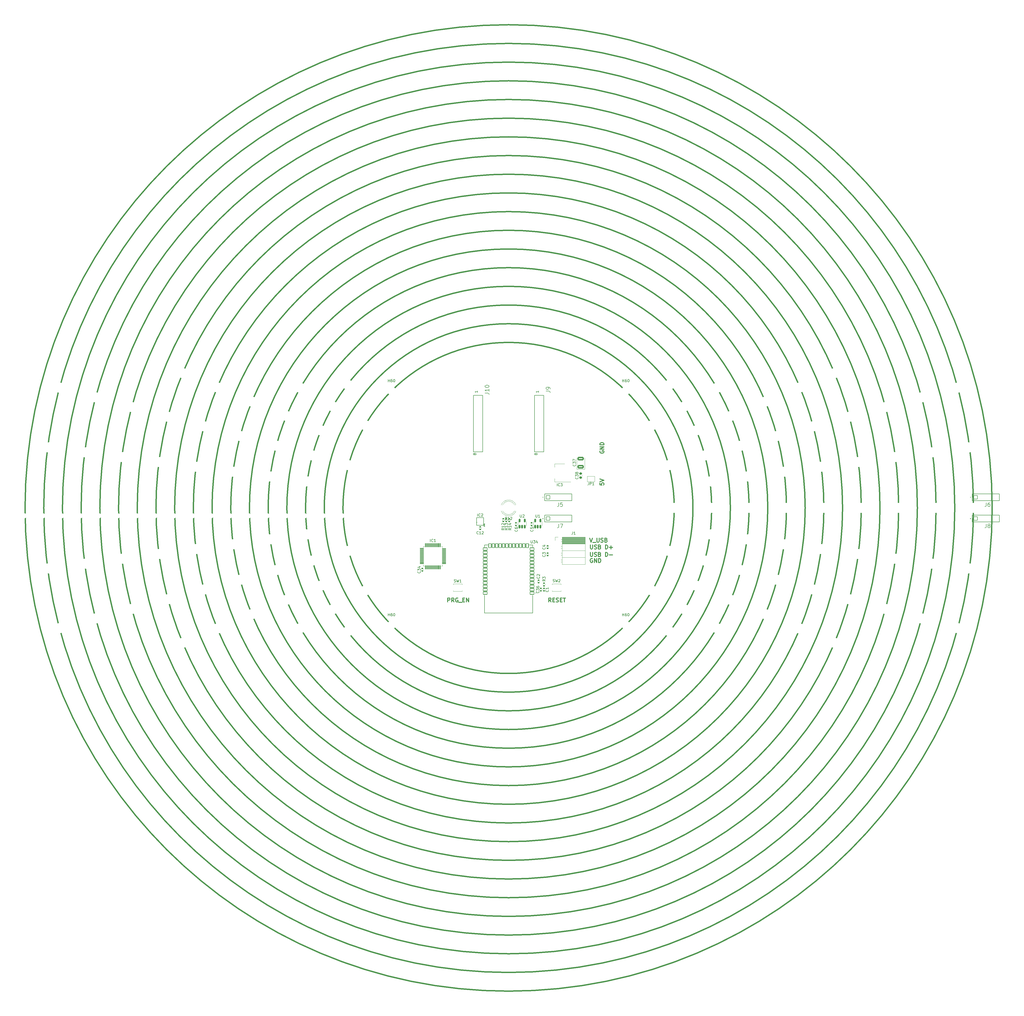
<source format=gbr>
%TF.GenerationSoftware,KiCad,Pcbnew,7.0.8*%
%TF.CreationDate,2023-11-15T20:37:27+01:00*%
%TF.ProjectId,main_board_4_jlc-3.2,6d61696e-5f62-46f6-9172-645f345f6a6c,rev?*%
%TF.SameCoordinates,Original*%
%TF.FileFunction,Legend,Top*%
%TF.FilePolarity,Positive*%
%FSLAX46Y46*%
G04 Gerber Fmt 4.6, Leading zero omitted, Abs format (unit mm)*
G04 Created by KiCad (PCBNEW 7.0.8) date 2023-11-15 20:37:27*
%MOMM*%
%LPD*%
G01*
G04 APERTURE LIST*
G04 Aperture macros list*
%AMRoundRect*
0 Rectangle with rounded corners*
0 $1 Rounding radius*
0 $2 $3 $4 $5 $6 $7 $8 $9 X,Y pos of 4 corners*
0 Add a 4 corners polygon primitive as box body*
4,1,4,$2,$3,$4,$5,$6,$7,$8,$9,$2,$3,0*
0 Add four circle primitives for the rounded corners*
1,1,$1+$1,$2,$3*
1,1,$1+$1,$4,$5*
1,1,$1+$1,$6,$7*
1,1,$1+$1,$8,$9*
0 Add four rect primitives between the rounded corners*
20,1,$1+$1,$2,$3,$4,$5,0*
20,1,$1+$1,$4,$5,$6,$7,0*
20,1,$1+$1,$6,$7,$8,$9,0*
20,1,$1+$1,$8,$9,$2,$3,0*%
G04 Aperture macros list end*
%ADD10C,0.500000*%
%ADD11C,0.300000*%
%ADD12C,0.150000*%
%ADD13C,0.120000*%
%ADD14C,0.152400*%
%ADD15C,0.200000*%
%ADD16C,0.127000*%
%ADD17C,0.780999*%
%ADD18RoundRect,0.135000X0.185000X-0.135000X0.185000X0.135000X-0.185000X0.135000X-0.185000X-0.135000X0*%
%ADD19O,1.070000X1.800000*%
%ADD20R,1.070000X1.800000*%
%ADD21R,0.558800X0.254000*%
%ADD22R,0.254000X0.558800*%
%ADD23RoundRect,0.102000X0.684000X0.684000X-0.684000X0.684000X-0.684000X-0.684000X0.684000X-0.684000X0*%
%ADD24C,1.572000*%
%ADD25C,3.800000*%
%ADD26C,3.200000*%
%ADD27RoundRect,0.102000X0.750000X0.450000X-0.750000X0.450000X-0.750000X-0.450000X0.750000X-0.450000X0*%
%ADD28RoundRect,0.102000X0.450000X0.750000X-0.450000X0.750000X-0.450000X-0.750000X0.450000X-0.750000X0*%
%ADD29RoundRect,0.140000X-0.170000X0.140000X-0.170000X-0.140000X0.170000X-0.140000X0.170000X0.140000X0*%
%ADD30C,2.000000*%
%ADD31R,2.000000X1.500000*%
%ADD32R,2.000000X3.800000*%
%ADD33RoundRect,0.140000X0.170000X-0.140000X0.170000X0.140000X-0.170000X0.140000X-0.170000X-0.140000X0*%
%ADD34R,0.900000X1.700000*%
%ADD35RoundRect,0.150000X0.150000X-0.512500X0.150000X0.512500X-0.150000X0.512500X-0.150000X-0.512500X0*%
%ADD36R,1.000000X1.500000*%
%ADD37RoundRect,0.250000X0.925000X-0.412500X0.925000X0.412500X-0.925000X0.412500X-0.925000X-0.412500X0*%
%ADD38RoundRect,0.225000X0.250000X-0.225000X0.250000X0.225000X-0.250000X0.225000X-0.250000X-0.225000X0*%
%ADD39R,1.700000X1.700000*%
%ADD40O,1.700000X1.700000*%
%ADD41RoundRect,0.075000X-0.662500X-0.075000X0.662500X-0.075000X0.662500X0.075000X-0.662500X0.075000X0*%
%ADD42RoundRect,0.075000X-0.075000X-0.662500X0.075000X-0.662500X0.075000X0.662500X-0.075000X0.662500X0*%
%ADD43R,2.600000X2.600000*%
%ADD44C,2.600000*%
G04 APERTURE END LIST*
D10*
X287000000Y-225000000D02*
G75*
G03*
X287000000Y-225000000I-62000000J0D01*
G01*
X315000000Y-225000000D02*
G75*
G03*
X315000000Y-225000000I-90000000J0D01*
G01*
X364000000Y-225000000D02*
G75*
G03*
X364000000Y-225000000I-139000000J0D01*
G01*
X399000000Y-225000000D02*
G75*
G03*
X399000000Y-225000000I-174000000J0D01*
G01*
X357000000Y-225000000D02*
G75*
G03*
X357000000Y-225000000I-132000000J0D01*
G01*
X329000000Y-225000000D02*
G75*
G03*
X329000000Y-225000000I-104000000J0D01*
G01*
X294000000Y-225000000D02*
G75*
G03*
X294000000Y-225000000I-69000000J0D01*
G01*
X385000000Y-225000000D02*
G75*
G03*
X385000000Y-225000000I-160000000J0D01*
G01*
X336000000Y-225000000D02*
G75*
G03*
X336000000Y-225000000I-111000000J0D01*
G01*
X308000000Y-225000000D02*
G75*
G03*
X308000000Y-225000000I-83000000J0D01*
G01*
X343000000Y-225000000D02*
G75*
G03*
X343000000Y-225000000I-118000000J0D01*
G01*
X392000000Y-225000000D02*
G75*
G03*
X392000000Y-225000000I-167000000J0D01*
G01*
X322000000Y-225000000D02*
G75*
G03*
X322000000Y-225000000I-97000000J0D01*
G01*
X406000000Y-225000000D02*
G75*
G03*
X406000000Y-225000000I-181000000J0D01*
G01*
X301000000Y-225000000D02*
G75*
G03*
X301000000Y-225000000I-76000000J0D01*
G01*
X378000000Y-225000000D02*
G75*
G03*
X378000000Y-225000000I-153000000J0D01*
G01*
X371000000Y-225000000D02*
G75*
G03*
X371000000Y-225000000I-146000000J0D01*
G01*
X350000000Y-225000000D02*
G75*
G03*
X350000000Y-225000000I-125000000J0D01*
G01*
D11*
X255594510Y-238857828D02*
X255594510Y-240072114D01*
X255594510Y-240072114D02*
X255665939Y-240214971D01*
X255665939Y-240214971D02*
X255737368Y-240286400D01*
X255737368Y-240286400D02*
X255880225Y-240357828D01*
X255880225Y-240357828D02*
X256165939Y-240357828D01*
X256165939Y-240357828D02*
X256308796Y-240286400D01*
X256308796Y-240286400D02*
X256380225Y-240214971D01*
X256380225Y-240214971D02*
X256451653Y-240072114D01*
X256451653Y-240072114D02*
X256451653Y-238857828D01*
X257094511Y-240286400D02*
X257308797Y-240357828D01*
X257308797Y-240357828D02*
X257665939Y-240357828D01*
X257665939Y-240357828D02*
X257808797Y-240286400D01*
X257808797Y-240286400D02*
X257880225Y-240214971D01*
X257880225Y-240214971D02*
X257951654Y-240072114D01*
X257951654Y-240072114D02*
X257951654Y-239929257D01*
X257951654Y-239929257D02*
X257880225Y-239786400D01*
X257880225Y-239786400D02*
X257808797Y-239714971D01*
X257808797Y-239714971D02*
X257665939Y-239643542D01*
X257665939Y-239643542D02*
X257380225Y-239572114D01*
X257380225Y-239572114D02*
X257237368Y-239500685D01*
X257237368Y-239500685D02*
X257165939Y-239429257D01*
X257165939Y-239429257D02*
X257094511Y-239286400D01*
X257094511Y-239286400D02*
X257094511Y-239143542D01*
X257094511Y-239143542D02*
X257165939Y-239000685D01*
X257165939Y-239000685D02*
X257237368Y-238929257D01*
X257237368Y-238929257D02*
X257380225Y-238857828D01*
X257380225Y-238857828D02*
X257737368Y-238857828D01*
X257737368Y-238857828D02*
X257951654Y-238929257D01*
X259094510Y-239572114D02*
X259308796Y-239643542D01*
X259308796Y-239643542D02*
X259380225Y-239714971D01*
X259380225Y-239714971D02*
X259451653Y-239857828D01*
X259451653Y-239857828D02*
X259451653Y-240072114D01*
X259451653Y-240072114D02*
X259380225Y-240214971D01*
X259380225Y-240214971D02*
X259308796Y-240286400D01*
X259308796Y-240286400D02*
X259165939Y-240357828D01*
X259165939Y-240357828D02*
X258594510Y-240357828D01*
X258594510Y-240357828D02*
X258594510Y-238857828D01*
X258594510Y-238857828D02*
X259094510Y-238857828D01*
X259094510Y-238857828D02*
X259237368Y-238929257D01*
X259237368Y-238929257D02*
X259308796Y-239000685D01*
X259308796Y-239000685D02*
X259380225Y-239143542D01*
X259380225Y-239143542D02*
X259380225Y-239286400D01*
X259380225Y-239286400D02*
X259308796Y-239429257D01*
X259308796Y-239429257D02*
X259237368Y-239500685D01*
X259237368Y-239500685D02*
X259094510Y-239572114D01*
X259094510Y-239572114D02*
X258594510Y-239572114D01*
X261237367Y-240357828D02*
X261237367Y-238857828D01*
X261237367Y-238857828D02*
X261594510Y-238857828D01*
X261594510Y-238857828D02*
X261808796Y-238929257D01*
X261808796Y-238929257D02*
X261951653Y-239072114D01*
X261951653Y-239072114D02*
X262023082Y-239214971D01*
X262023082Y-239214971D02*
X262094510Y-239500685D01*
X262094510Y-239500685D02*
X262094510Y-239714971D01*
X262094510Y-239714971D02*
X262023082Y-240000685D01*
X262023082Y-240000685D02*
X261951653Y-240143542D01*
X261951653Y-240143542D02*
X261808796Y-240286400D01*
X261808796Y-240286400D02*
X261594510Y-240357828D01*
X261594510Y-240357828D02*
X261237367Y-240357828D01*
X262737367Y-239786400D02*
X263880225Y-239786400D01*
X263308796Y-240357828D02*
X263308796Y-239214971D01*
X259182828Y-215666203D02*
X259182828Y-216380489D01*
X259182828Y-216380489D02*
X259897114Y-216451917D01*
X259897114Y-216451917D02*
X259825685Y-216380489D01*
X259825685Y-216380489D02*
X259754257Y-216237632D01*
X259754257Y-216237632D02*
X259754257Y-215880489D01*
X259754257Y-215880489D02*
X259825685Y-215737632D01*
X259825685Y-215737632D02*
X259897114Y-215666203D01*
X259897114Y-215666203D02*
X260039971Y-215594774D01*
X260039971Y-215594774D02*
X260397114Y-215594774D01*
X260397114Y-215594774D02*
X260539971Y-215666203D01*
X260539971Y-215666203D02*
X260611400Y-215737632D01*
X260611400Y-215737632D02*
X260682828Y-215880489D01*
X260682828Y-215880489D02*
X260682828Y-216237632D01*
X260682828Y-216237632D02*
X260611400Y-216380489D01*
X260611400Y-216380489D02*
X260539971Y-216451917D01*
X259182828Y-215166203D02*
X260682828Y-214666203D01*
X260682828Y-214666203D02*
X259182828Y-214166203D01*
X256380225Y-244009257D02*
X256237368Y-243937828D01*
X256237368Y-243937828D02*
X256023082Y-243937828D01*
X256023082Y-243937828D02*
X255808796Y-244009257D01*
X255808796Y-244009257D02*
X255665939Y-244152114D01*
X255665939Y-244152114D02*
X255594510Y-244294971D01*
X255594510Y-244294971D02*
X255523082Y-244580685D01*
X255523082Y-244580685D02*
X255523082Y-244794971D01*
X255523082Y-244794971D02*
X255594510Y-245080685D01*
X255594510Y-245080685D02*
X255665939Y-245223542D01*
X255665939Y-245223542D02*
X255808796Y-245366400D01*
X255808796Y-245366400D02*
X256023082Y-245437828D01*
X256023082Y-245437828D02*
X256165939Y-245437828D01*
X256165939Y-245437828D02*
X256380225Y-245366400D01*
X256380225Y-245366400D02*
X256451653Y-245294971D01*
X256451653Y-245294971D02*
X256451653Y-244794971D01*
X256451653Y-244794971D02*
X256165939Y-244794971D01*
X257094510Y-245437828D02*
X257094510Y-243937828D01*
X257094510Y-243937828D02*
X257951653Y-245437828D01*
X257951653Y-245437828D02*
X257951653Y-243937828D01*
X258665939Y-245437828D02*
X258665939Y-243937828D01*
X258665939Y-243937828D02*
X259023082Y-243937828D01*
X259023082Y-243937828D02*
X259237368Y-244009257D01*
X259237368Y-244009257D02*
X259380225Y-244152114D01*
X259380225Y-244152114D02*
X259451654Y-244294971D01*
X259451654Y-244294971D02*
X259523082Y-244580685D01*
X259523082Y-244580685D02*
X259523082Y-244794971D01*
X259523082Y-244794971D02*
X259451654Y-245080685D01*
X259451654Y-245080685D02*
X259380225Y-245223542D01*
X259380225Y-245223542D02*
X259237368Y-245366400D01*
X259237368Y-245366400D02*
X259023082Y-245437828D01*
X259023082Y-245437828D02*
X258665939Y-245437828D01*
X255594510Y-241651828D02*
X255594510Y-242866114D01*
X255594510Y-242866114D02*
X255665939Y-243008971D01*
X255665939Y-243008971D02*
X255737368Y-243080400D01*
X255737368Y-243080400D02*
X255880225Y-243151828D01*
X255880225Y-243151828D02*
X256165939Y-243151828D01*
X256165939Y-243151828D02*
X256308796Y-243080400D01*
X256308796Y-243080400D02*
X256380225Y-243008971D01*
X256380225Y-243008971D02*
X256451653Y-242866114D01*
X256451653Y-242866114D02*
X256451653Y-241651828D01*
X257094511Y-243080400D02*
X257308797Y-243151828D01*
X257308797Y-243151828D02*
X257665939Y-243151828D01*
X257665939Y-243151828D02*
X257808797Y-243080400D01*
X257808797Y-243080400D02*
X257880225Y-243008971D01*
X257880225Y-243008971D02*
X257951654Y-242866114D01*
X257951654Y-242866114D02*
X257951654Y-242723257D01*
X257951654Y-242723257D02*
X257880225Y-242580400D01*
X257880225Y-242580400D02*
X257808797Y-242508971D01*
X257808797Y-242508971D02*
X257665939Y-242437542D01*
X257665939Y-242437542D02*
X257380225Y-242366114D01*
X257380225Y-242366114D02*
X257237368Y-242294685D01*
X257237368Y-242294685D02*
X257165939Y-242223257D01*
X257165939Y-242223257D02*
X257094511Y-242080400D01*
X257094511Y-242080400D02*
X257094511Y-241937542D01*
X257094511Y-241937542D02*
X257165939Y-241794685D01*
X257165939Y-241794685D02*
X257237368Y-241723257D01*
X257237368Y-241723257D02*
X257380225Y-241651828D01*
X257380225Y-241651828D02*
X257737368Y-241651828D01*
X257737368Y-241651828D02*
X257951654Y-241723257D01*
X259094510Y-242366114D02*
X259308796Y-242437542D01*
X259308796Y-242437542D02*
X259380225Y-242508971D01*
X259380225Y-242508971D02*
X259451653Y-242651828D01*
X259451653Y-242651828D02*
X259451653Y-242866114D01*
X259451653Y-242866114D02*
X259380225Y-243008971D01*
X259380225Y-243008971D02*
X259308796Y-243080400D01*
X259308796Y-243080400D02*
X259165939Y-243151828D01*
X259165939Y-243151828D02*
X258594510Y-243151828D01*
X258594510Y-243151828D02*
X258594510Y-241651828D01*
X258594510Y-241651828D02*
X259094510Y-241651828D01*
X259094510Y-241651828D02*
X259237368Y-241723257D01*
X259237368Y-241723257D02*
X259308796Y-241794685D01*
X259308796Y-241794685D02*
X259380225Y-241937542D01*
X259380225Y-241937542D02*
X259380225Y-242080400D01*
X259380225Y-242080400D02*
X259308796Y-242223257D01*
X259308796Y-242223257D02*
X259237368Y-242294685D01*
X259237368Y-242294685D02*
X259094510Y-242366114D01*
X259094510Y-242366114D02*
X258594510Y-242366114D01*
X261237367Y-243151828D02*
X261237367Y-241651828D01*
X261237367Y-241651828D02*
X261594510Y-241651828D01*
X261594510Y-241651828D02*
X261808796Y-241723257D01*
X261808796Y-241723257D02*
X261951653Y-241866114D01*
X261951653Y-241866114D02*
X262023082Y-242008971D01*
X262023082Y-242008971D02*
X262094510Y-242294685D01*
X262094510Y-242294685D02*
X262094510Y-242508971D01*
X262094510Y-242508971D02*
X262023082Y-242794685D01*
X262023082Y-242794685D02*
X261951653Y-242937542D01*
X261951653Y-242937542D02*
X261808796Y-243080400D01*
X261808796Y-243080400D02*
X261594510Y-243151828D01*
X261594510Y-243151828D02*
X261237367Y-243151828D01*
X262737367Y-242580400D02*
X263880225Y-242580400D01*
X259254257Y-203656774D02*
X259182828Y-203799632D01*
X259182828Y-203799632D02*
X259182828Y-204013917D01*
X259182828Y-204013917D02*
X259254257Y-204228203D01*
X259254257Y-204228203D02*
X259397114Y-204371060D01*
X259397114Y-204371060D02*
X259539971Y-204442489D01*
X259539971Y-204442489D02*
X259825685Y-204513917D01*
X259825685Y-204513917D02*
X260039971Y-204513917D01*
X260039971Y-204513917D02*
X260325685Y-204442489D01*
X260325685Y-204442489D02*
X260468542Y-204371060D01*
X260468542Y-204371060D02*
X260611400Y-204228203D01*
X260611400Y-204228203D02*
X260682828Y-204013917D01*
X260682828Y-204013917D02*
X260682828Y-203871060D01*
X260682828Y-203871060D02*
X260611400Y-203656774D01*
X260611400Y-203656774D02*
X260539971Y-203585346D01*
X260539971Y-203585346D02*
X260039971Y-203585346D01*
X260039971Y-203585346D02*
X260039971Y-203871060D01*
X260682828Y-202942489D02*
X259182828Y-202942489D01*
X259182828Y-202942489D02*
X260682828Y-202085346D01*
X260682828Y-202085346D02*
X259182828Y-202085346D01*
X260682828Y-201371060D02*
X259182828Y-201371060D01*
X259182828Y-201371060D02*
X259182828Y-201013917D01*
X259182828Y-201013917D02*
X259254257Y-200799631D01*
X259254257Y-200799631D02*
X259397114Y-200656774D01*
X259397114Y-200656774D02*
X259539971Y-200585345D01*
X259539971Y-200585345D02*
X259825685Y-200513917D01*
X259825685Y-200513917D02*
X260039971Y-200513917D01*
X260039971Y-200513917D02*
X260325685Y-200585345D01*
X260325685Y-200585345D02*
X260468542Y-200656774D01*
X260468542Y-200656774D02*
X260611400Y-200799631D01*
X260611400Y-200799631D02*
X260682828Y-201013917D01*
X260682828Y-201013917D02*
X260682828Y-201371060D01*
X255380225Y-236317828D02*
X255880225Y-237817828D01*
X255880225Y-237817828D02*
X256380225Y-236317828D01*
X256523082Y-237960685D02*
X257665939Y-237960685D01*
X258023081Y-236317828D02*
X258023081Y-237532114D01*
X258023081Y-237532114D02*
X258094510Y-237674971D01*
X258094510Y-237674971D02*
X258165939Y-237746400D01*
X258165939Y-237746400D02*
X258308796Y-237817828D01*
X258308796Y-237817828D02*
X258594510Y-237817828D01*
X258594510Y-237817828D02*
X258737367Y-237746400D01*
X258737367Y-237746400D02*
X258808796Y-237674971D01*
X258808796Y-237674971D02*
X258880224Y-237532114D01*
X258880224Y-237532114D02*
X258880224Y-236317828D01*
X259523082Y-237746400D02*
X259737368Y-237817828D01*
X259737368Y-237817828D02*
X260094510Y-237817828D01*
X260094510Y-237817828D02*
X260237368Y-237746400D01*
X260237368Y-237746400D02*
X260308796Y-237674971D01*
X260308796Y-237674971D02*
X260380225Y-237532114D01*
X260380225Y-237532114D02*
X260380225Y-237389257D01*
X260380225Y-237389257D02*
X260308796Y-237246400D01*
X260308796Y-237246400D02*
X260237368Y-237174971D01*
X260237368Y-237174971D02*
X260094510Y-237103542D01*
X260094510Y-237103542D02*
X259808796Y-237032114D01*
X259808796Y-237032114D02*
X259665939Y-236960685D01*
X259665939Y-236960685D02*
X259594510Y-236889257D01*
X259594510Y-236889257D02*
X259523082Y-236746400D01*
X259523082Y-236746400D02*
X259523082Y-236603542D01*
X259523082Y-236603542D02*
X259594510Y-236460685D01*
X259594510Y-236460685D02*
X259665939Y-236389257D01*
X259665939Y-236389257D02*
X259808796Y-236317828D01*
X259808796Y-236317828D02*
X260165939Y-236317828D01*
X260165939Y-236317828D02*
X260380225Y-236389257D01*
X261523081Y-237032114D02*
X261737367Y-237103542D01*
X261737367Y-237103542D02*
X261808796Y-237174971D01*
X261808796Y-237174971D02*
X261880224Y-237317828D01*
X261880224Y-237317828D02*
X261880224Y-237532114D01*
X261880224Y-237532114D02*
X261808796Y-237674971D01*
X261808796Y-237674971D02*
X261737367Y-237746400D01*
X261737367Y-237746400D02*
X261594510Y-237817828D01*
X261594510Y-237817828D02*
X261023081Y-237817828D01*
X261023081Y-237817828D02*
X261023081Y-236317828D01*
X261023081Y-236317828D02*
X261523081Y-236317828D01*
X261523081Y-236317828D02*
X261665939Y-236389257D01*
X261665939Y-236389257D02*
X261737367Y-236460685D01*
X261737367Y-236460685D02*
X261808796Y-236603542D01*
X261808796Y-236603542D02*
X261808796Y-236746400D01*
X261808796Y-236746400D02*
X261737367Y-236889257D01*
X261737367Y-236889257D02*
X261665939Y-236960685D01*
X261665939Y-236960685D02*
X261523081Y-237032114D01*
X261523081Y-237032114D02*
X261023081Y-237032114D01*
X240889653Y-260233828D02*
X240389653Y-259519542D01*
X240032510Y-260233828D02*
X240032510Y-258733828D01*
X240032510Y-258733828D02*
X240603939Y-258733828D01*
X240603939Y-258733828D02*
X240746796Y-258805257D01*
X240746796Y-258805257D02*
X240818225Y-258876685D01*
X240818225Y-258876685D02*
X240889653Y-259019542D01*
X240889653Y-259019542D02*
X240889653Y-259233828D01*
X240889653Y-259233828D02*
X240818225Y-259376685D01*
X240818225Y-259376685D02*
X240746796Y-259448114D01*
X240746796Y-259448114D02*
X240603939Y-259519542D01*
X240603939Y-259519542D02*
X240032510Y-259519542D01*
X241532510Y-259448114D02*
X242032510Y-259448114D01*
X242246796Y-260233828D02*
X241532510Y-260233828D01*
X241532510Y-260233828D02*
X241532510Y-258733828D01*
X241532510Y-258733828D02*
X242246796Y-258733828D01*
X242818225Y-260162400D02*
X243032511Y-260233828D01*
X243032511Y-260233828D02*
X243389653Y-260233828D01*
X243389653Y-260233828D02*
X243532511Y-260162400D01*
X243532511Y-260162400D02*
X243603939Y-260090971D01*
X243603939Y-260090971D02*
X243675368Y-259948114D01*
X243675368Y-259948114D02*
X243675368Y-259805257D01*
X243675368Y-259805257D02*
X243603939Y-259662400D01*
X243603939Y-259662400D02*
X243532511Y-259590971D01*
X243532511Y-259590971D02*
X243389653Y-259519542D01*
X243389653Y-259519542D02*
X243103939Y-259448114D01*
X243103939Y-259448114D02*
X242961082Y-259376685D01*
X242961082Y-259376685D02*
X242889653Y-259305257D01*
X242889653Y-259305257D02*
X242818225Y-259162400D01*
X242818225Y-259162400D02*
X242818225Y-259019542D01*
X242818225Y-259019542D02*
X242889653Y-258876685D01*
X242889653Y-258876685D02*
X242961082Y-258805257D01*
X242961082Y-258805257D02*
X243103939Y-258733828D01*
X243103939Y-258733828D02*
X243461082Y-258733828D01*
X243461082Y-258733828D02*
X243675368Y-258805257D01*
X244318224Y-259448114D02*
X244818224Y-259448114D01*
X245032510Y-260233828D02*
X244318224Y-260233828D01*
X244318224Y-260233828D02*
X244318224Y-258733828D01*
X244318224Y-258733828D02*
X245032510Y-258733828D01*
X245461082Y-258733828D02*
X246318225Y-258733828D01*
X245889653Y-260233828D02*
X245889653Y-258733828D01*
X202186510Y-260233828D02*
X202186510Y-258733828D01*
X202186510Y-258733828D02*
X202757939Y-258733828D01*
X202757939Y-258733828D02*
X202900796Y-258805257D01*
X202900796Y-258805257D02*
X202972225Y-258876685D01*
X202972225Y-258876685D02*
X203043653Y-259019542D01*
X203043653Y-259019542D02*
X203043653Y-259233828D01*
X203043653Y-259233828D02*
X202972225Y-259376685D01*
X202972225Y-259376685D02*
X202900796Y-259448114D01*
X202900796Y-259448114D02*
X202757939Y-259519542D01*
X202757939Y-259519542D02*
X202186510Y-259519542D01*
X204543653Y-260233828D02*
X204043653Y-259519542D01*
X203686510Y-260233828D02*
X203686510Y-258733828D01*
X203686510Y-258733828D02*
X204257939Y-258733828D01*
X204257939Y-258733828D02*
X204400796Y-258805257D01*
X204400796Y-258805257D02*
X204472225Y-258876685D01*
X204472225Y-258876685D02*
X204543653Y-259019542D01*
X204543653Y-259019542D02*
X204543653Y-259233828D01*
X204543653Y-259233828D02*
X204472225Y-259376685D01*
X204472225Y-259376685D02*
X204400796Y-259448114D01*
X204400796Y-259448114D02*
X204257939Y-259519542D01*
X204257939Y-259519542D02*
X203686510Y-259519542D01*
X205972225Y-258805257D02*
X205829368Y-258733828D01*
X205829368Y-258733828D02*
X205615082Y-258733828D01*
X205615082Y-258733828D02*
X205400796Y-258805257D01*
X205400796Y-258805257D02*
X205257939Y-258948114D01*
X205257939Y-258948114D02*
X205186510Y-259090971D01*
X205186510Y-259090971D02*
X205115082Y-259376685D01*
X205115082Y-259376685D02*
X205115082Y-259590971D01*
X205115082Y-259590971D02*
X205186510Y-259876685D01*
X205186510Y-259876685D02*
X205257939Y-260019542D01*
X205257939Y-260019542D02*
X205400796Y-260162400D01*
X205400796Y-260162400D02*
X205615082Y-260233828D01*
X205615082Y-260233828D02*
X205757939Y-260233828D01*
X205757939Y-260233828D02*
X205972225Y-260162400D01*
X205972225Y-260162400D02*
X206043653Y-260090971D01*
X206043653Y-260090971D02*
X206043653Y-259590971D01*
X206043653Y-259590971D02*
X205757939Y-259590971D01*
X206329368Y-260376685D02*
X207472225Y-260376685D01*
X207829367Y-259448114D02*
X208329367Y-259448114D01*
X208543653Y-260233828D02*
X207829367Y-260233828D01*
X207829367Y-260233828D02*
X207829367Y-258733828D01*
X207829367Y-258733828D02*
X208543653Y-258733828D01*
X209186510Y-260233828D02*
X209186510Y-258733828D01*
X209186510Y-258733828D02*
X210043653Y-260233828D01*
X210043653Y-260233828D02*
X210043653Y-258733828D01*
D12*
X225934819Y-232632857D02*
X225458628Y-232966190D01*
X225934819Y-233204285D02*
X224934819Y-233204285D01*
X224934819Y-233204285D02*
X224934819Y-232823333D01*
X224934819Y-232823333D02*
X224982438Y-232728095D01*
X224982438Y-232728095D02*
X225030057Y-232680476D01*
X225030057Y-232680476D02*
X225125295Y-232632857D01*
X225125295Y-232632857D02*
X225268152Y-232632857D01*
X225268152Y-232632857D02*
X225363390Y-232680476D01*
X225363390Y-232680476D02*
X225411009Y-232728095D01*
X225411009Y-232728095D02*
X225458628Y-232823333D01*
X225458628Y-232823333D02*
X225458628Y-233204285D01*
X225934819Y-231680476D02*
X225934819Y-232251904D01*
X225934819Y-231966190D02*
X224934819Y-231966190D01*
X224934819Y-231966190D02*
X225077676Y-232061428D01*
X225077676Y-232061428D02*
X225172914Y-232156666D01*
X225172914Y-232156666D02*
X225220533Y-232251904D01*
X225268152Y-230823333D02*
X225934819Y-230823333D01*
X224887200Y-231061428D02*
X225601485Y-231299523D01*
X225601485Y-231299523D02*
X225601485Y-230680476D01*
X224654819Y-232632857D02*
X224178628Y-232966190D01*
X224654819Y-233204285D02*
X223654819Y-233204285D01*
X223654819Y-233204285D02*
X223654819Y-232823333D01*
X223654819Y-232823333D02*
X223702438Y-232728095D01*
X223702438Y-232728095D02*
X223750057Y-232680476D01*
X223750057Y-232680476D02*
X223845295Y-232632857D01*
X223845295Y-232632857D02*
X223988152Y-232632857D01*
X223988152Y-232632857D02*
X224083390Y-232680476D01*
X224083390Y-232680476D02*
X224131009Y-232728095D01*
X224131009Y-232728095D02*
X224178628Y-232823333D01*
X224178628Y-232823333D02*
X224178628Y-233204285D01*
X224654819Y-231680476D02*
X224654819Y-232251904D01*
X224654819Y-231966190D02*
X223654819Y-231966190D01*
X223654819Y-231966190D02*
X223797676Y-232061428D01*
X223797676Y-232061428D02*
X223892914Y-232156666D01*
X223892914Y-232156666D02*
X223940533Y-232251904D01*
X223654819Y-231347142D02*
X223654819Y-230728095D01*
X223654819Y-230728095D02*
X224035771Y-231061428D01*
X224035771Y-231061428D02*
X224035771Y-230918571D01*
X224035771Y-230918571D02*
X224083390Y-230823333D01*
X224083390Y-230823333D02*
X224131009Y-230775714D01*
X224131009Y-230775714D02*
X224226247Y-230728095D01*
X224226247Y-230728095D02*
X224464342Y-230728095D01*
X224464342Y-230728095D02*
X224559580Y-230775714D01*
X224559580Y-230775714D02*
X224607200Y-230823333D01*
X224607200Y-230823333D02*
X224654819Y-230918571D01*
X224654819Y-230918571D02*
X224654819Y-231204285D01*
X224654819Y-231204285D02*
X224607200Y-231299523D01*
X224607200Y-231299523D02*
X224559580Y-231347142D01*
X223374819Y-232642857D02*
X222898628Y-232976190D01*
X223374819Y-233214285D02*
X222374819Y-233214285D01*
X222374819Y-233214285D02*
X222374819Y-232833333D01*
X222374819Y-232833333D02*
X222422438Y-232738095D01*
X222422438Y-232738095D02*
X222470057Y-232690476D01*
X222470057Y-232690476D02*
X222565295Y-232642857D01*
X222565295Y-232642857D02*
X222708152Y-232642857D01*
X222708152Y-232642857D02*
X222803390Y-232690476D01*
X222803390Y-232690476D02*
X222851009Y-232738095D01*
X222851009Y-232738095D02*
X222898628Y-232833333D01*
X222898628Y-232833333D02*
X222898628Y-233214285D01*
X223374819Y-231690476D02*
X223374819Y-232261904D01*
X223374819Y-231976190D02*
X222374819Y-231976190D01*
X222374819Y-231976190D02*
X222517676Y-232071428D01*
X222517676Y-232071428D02*
X222612914Y-232166666D01*
X222612914Y-232166666D02*
X222660533Y-232261904D01*
X222470057Y-231309523D02*
X222422438Y-231261904D01*
X222422438Y-231261904D02*
X222374819Y-231166666D01*
X222374819Y-231166666D02*
X222374819Y-230928571D01*
X222374819Y-230928571D02*
X222422438Y-230833333D01*
X222422438Y-230833333D02*
X222470057Y-230785714D01*
X222470057Y-230785714D02*
X222565295Y-230738095D01*
X222565295Y-230738095D02*
X222660533Y-230738095D01*
X222660533Y-230738095D02*
X222803390Y-230785714D01*
X222803390Y-230785714D02*
X223374819Y-231357142D01*
X223374819Y-231357142D02*
X223374819Y-230738095D01*
X223780714Y-229414819D02*
X223780714Y-228414819D01*
X223780714Y-228414819D02*
X224018809Y-228414819D01*
X224018809Y-228414819D02*
X224161666Y-228462438D01*
X224161666Y-228462438D02*
X224256904Y-228557676D01*
X224256904Y-228557676D02*
X224304523Y-228652914D01*
X224304523Y-228652914D02*
X224352142Y-228843390D01*
X224352142Y-228843390D02*
X224352142Y-228986247D01*
X224352142Y-228986247D02*
X224304523Y-229176723D01*
X224304523Y-229176723D02*
X224256904Y-229271961D01*
X224256904Y-229271961D02*
X224161666Y-229367200D01*
X224161666Y-229367200D02*
X224018809Y-229414819D01*
X224018809Y-229414819D02*
X223780714Y-229414819D01*
X225304523Y-229414819D02*
X224733095Y-229414819D01*
X225018809Y-229414819D02*
X225018809Y-228414819D01*
X225018809Y-228414819D02*
X224923571Y-228557676D01*
X224923571Y-228557676D02*
X224828333Y-228652914D01*
X224828333Y-228652914D02*
X224733095Y-228700533D01*
X225685476Y-228510057D02*
X225733095Y-228462438D01*
X225733095Y-228462438D02*
X225828333Y-228414819D01*
X225828333Y-228414819D02*
X226066428Y-228414819D01*
X226066428Y-228414819D02*
X226161666Y-228462438D01*
X226161666Y-228462438D02*
X226209285Y-228510057D01*
X226209285Y-228510057D02*
X226256904Y-228605295D01*
X226256904Y-228605295D02*
X226256904Y-228700533D01*
X226256904Y-228700533D02*
X226209285Y-228843390D01*
X226209285Y-228843390D02*
X225637857Y-229414819D01*
X225637857Y-229414819D02*
X226256904Y-229414819D01*
X213358881Y-228151598D02*
X213358881Y-227151598D01*
X214406499Y-228056359D02*
X214358880Y-228103979D01*
X214358880Y-228103979D02*
X214216023Y-228151598D01*
X214216023Y-228151598D02*
X214120785Y-228151598D01*
X214120785Y-228151598D02*
X213977928Y-228103979D01*
X213977928Y-228103979D02*
X213882690Y-228008740D01*
X213882690Y-228008740D02*
X213835071Y-227913502D01*
X213835071Y-227913502D02*
X213787452Y-227723026D01*
X213787452Y-227723026D02*
X213787452Y-227580169D01*
X213787452Y-227580169D02*
X213835071Y-227389693D01*
X213835071Y-227389693D02*
X213882690Y-227294455D01*
X213882690Y-227294455D02*
X213977928Y-227199217D01*
X213977928Y-227199217D02*
X214120785Y-227151598D01*
X214120785Y-227151598D02*
X214216023Y-227151598D01*
X214216023Y-227151598D02*
X214358880Y-227199217D01*
X214358880Y-227199217D02*
X214406499Y-227246836D01*
X214787452Y-227246836D02*
X214835071Y-227199217D01*
X214835071Y-227199217D02*
X214930309Y-227151598D01*
X214930309Y-227151598D02*
X215168404Y-227151598D01*
X215168404Y-227151598D02*
X215263642Y-227199217D01*
X215263642Y-227199217D02*
X215311261Y-227246836D01*
X215311261Y-227246836D02*
X215358880Y-227342074D01*
X215358880Y-227342074D02*
X215358880Y-227437312D01*
X215358880Y-227437312D02*
X215311261Y-227580169D01*
X215311261Y-227580169D02*
X214739833Y-228151598D01*
X214739833Y-228151598D02*
X215358880Y-228151598D01*
X215874470Y-231959884D02*
X215874470Y-231721789D01*
X216112565Y-231817027D02*
X215874470Y-231721789D01*
X215874470Y-231721789D02*
X215636375Y-231817027D01*
X216017327Y-231531313D02*
X215874470Y-231721789D01*
X215874470Y-231721789D02*
X215731613Y-231531313D01*
X215874471Y-230869523D02*
X215874471Y-231107618D01*
X215636376Y-231012380D02*
X215874471Y-231107618D01*
X215874471Y-231107618D02*
X216112566Y-231012380D01*
X215731614Y-231298094D02*
X215874471Y-231107618D01*
X215874471Y-231107618D02*
X216017328Y-231298094D01*
X243778333Y-231033866D02*
X243778333Y-232033866D01*
X243778333Y-232033866D02*
X243711666Y-232233866D01*
X243711666Y-232233866D02*
X243578333Y-232367200D01*
X243578333Y-232367200D02*
X243378333Y-232433866D01*
X243378333Y-232433866D02*
X243245000Y-232433866D01*
X244311667Y-231033866D02*
X245245000Y-231033866D01*
X245245000Y-231033866D02*
X244645000Y-232433866D01*
X267602525Y-265495439D02*
X267602525Y-264495439D01*
X267602525Y-264971629D02*
X268173953Y-264971629D01*
X268173953Y-265495439D02*
X268173953Y-264495439D01*
X269078715Y-264495439D02*
X268888239Y-264495439D01*
X268888239Y-264495439D02*
X268793001Y-264543058D01*
X268793001Y-264543058D02*
X268745382Y-264590677D01*
X268745382Y-264590677D02*
X268650144Y-264733534D01*
X268650144Y-264733534D02*
X268602525Y-264924010D01*
X268602525Y-264924010D02*
X268602525Y-265304962D01*
X268602525Y-265304962D02*
X268650144Y-265400200D01*
X268650144Y-265400200D02*
X268697763Y-265447820D01*
X268697763Y-265447820D02*
X268793001Y-265495439D01*
X268793001Y-265495439D02*
X268983477Y-265495439D01*
X268983477Y-265495439D02*
X269078715Y-265447820D01*
X269078715Y-265447820D02*
X269126334Y-265400200D01*
X269126334Y-265400200D02*
X269173953Y-265304962D01*
X269173953Y-265304962D02*
X269173953Y-265066867D01*
X269173953Y-265066867D02*
X269126334Y-264971629D01*
X269126334Y-264971629D02*
X269078715Y-264924010D01*
X269078715Y-264924010D02*
X268983477Y-264876391D01*
X268983477Y-264876391D02*
X268793001Y-264876391D01*
X268793001Y-264876391D02*
X268697763Y-264924010D01*
X268697763Y-264924010D02*
X268650144Y-264971629D01*
X268650144Y-264971629D02*
X268602525Y-265066867D01*
X269793001Y-264495439D02*
X269888239Y-264495439D01*
X269888239Y-264495439D02*
X269983477Y-264543058D01*
X269983477Y-264543058D02*
X270031096Y-264590677D01*
X270031096Y-264590677D02*
X270078715Y-264685915D01*
X270078715Y-264685915D02*
X270126334Y-264876391D01*
X270126334Y-264876391D02*
X270126334Y-265114486D01*
X270126334Y-265114486D02*
X270078715Y-265304962D01*
X270078715Y-265304962D02*
X270031096Y-265400200D01*
X270031096Y-265400200D02*
X269983477Y-265447820D01*
X269983477Y-265447820D02*
X269888239Y-265495439D01*
X269888239Y-265495439D02*
X269793001Y-265495439D01*
X269793001Y-265495439D02*
X269697763Y-265447820D01*
X269697763Y-265447820D02*
X269650144Y-265400200D01*
X269650144Y-265400200D02*
X269602525Y-265304962D01*
X269602525Y-265304962D02*
X269554906Y-265114486D01*
X269554906Y-265114486D02*
X269554906Y-264876391D01*
X269554906Y-264876391D02*
X269602525Y-264685915D01*
X269602525Y-264685915D02*
X269650144Y-264590677D01*
X269650144Y-264590677D02*
X269697763Y-264543058D01*
X269697763Y-264543058D02*
X269793001Y-264495439D01*
X233338905Y-237154819D02*
X233338905Y-237964342D01*
X233338905Y-237964342D02*
X233386524Y-238059580D01*
X233386524Y-238059580D02*
X233434143Y-238107200D01*
X233434143Y-238107200D02*
X233529381Y-238154819D01*
X233529381Y-238154819D02*
X233719857Y-238154819D01*
X233719857Y-238154819D02*
X233815095Y-238107200D01*
X233815095Y-238107200D02*
X233862714Y-238059580D01*
X233862714Y-238059580D02*
X233910333Y-237964342D01*
X233910333Y-237964342D02*
X233910333Y-237154819D01*
X234291286Y-237154819D02*
X234910333Y-237154819D01*
X234910333Y-237154819D02*
X234577000Y-237535771D01*
X234577000Y-237535771D02*
X234719857Y-237535771D01*
X234719857Y-237535771D02*
X234815095Y-237583390D01*
X234815095Y-237583390D02*
X234862714Y-237631009D01*
X234862714Y-237631009D02*
X234910333Y-237726247D01*
X234910333Y-237726247D02*
X234910333Y-237964342D01*
X234910333Y-237964342D02*
X234862714Y-238059580D01*
X234862714Y-238059580D02*
X234815095Y-238107200D01*
X234815095Y-238107200D02*
X234719857Y-238154819D01*
X234719857Y-238154819D02*
X234434143Y-238154819D01*
X234434143Y-238154819D02*
X234338905Y-238107200D01*
X234338905Y-238107200D02*
X234291286Y-238059580D01*
X235767476Y-237488152D02*
X235767476Y-238154819D01*
X235529381Y-237107200D02*
X235291286Y-237821485D01*
X235291286Y-237821485D02*
X235910333Y-237821485D01*
X239786580Y-255778766D02*
X239834200Y-255826385D01*
X239834200Y-255826385D02*
X239881819Y-255969242D01*
X239881819Y-255969242D02*
X239881819Y-256064480D01*
X239881819Y-256064480D02*
X239834200Y-256207337D01*
X239834200Y-256207337D02*
X239738961Y-256302575D01*
X239738961Y-256302575D02*
X239643723Y-256350194D01*
X239643723Y-256350194D02*
X239453247Y-256397813D01*
X239453247Y-256397813D02*
X239310390Y-256397813D01*
X239310390Y-256397813D02*
X239119914Y-256350194D01*
X239119914Y-256350194D02*
X239024676Y-256302575D01*
X239024676Y-256302575D02*
X238929438Y-256207337D01*
X238929438Y-256207337D02*
X238881819Y-256064480D01*
X238881819Y-256064480D02*
X238881819Y-255969242D01*
X238881819Y-255969242D02*
X238929438Y-255826385D01*
X238929438Y-255826385D02*
X238977057Y-255778766D01*
X239881819Y-254826385D02*
X239881819Y-255397813D01*
X239881819Y-255112099D02*
X238881819Y-255112099D01*
X238881819Y-255112099D02*
X239024676Y-255207337D01*
X239024676Y-255207337D02*
X239119914Y-255302575D01*
X239119914Y-255302575D02*
X239167533Y-255397813D01*
X267602525Y-177814199D02*
X267602525Y-176814199D01*
X267602525Y-177290389D02*
X268173953Y-177290389D01*
X268173953Y-177814199D02*
X268173953Y-176814199D01*
X269078715Y-176814199D02*
X268888239Y-176814199D01*
X268888239Y-176814199D02*
X268793001Y-176861818D01*
X268793001Y-176861818D02*
X268745382Y-176909437D01*
X268745382Y-176909437D02*
X268650144Y-177052294D01*
X268650144Y-177052294D02*
X268602525Y-177242770D01*
X268602525Y-177242770D02*
X268602525Y-177623722D01*
X268602525Y-177623722D02*
X268650144Y-177718960D01*
X268650144Y-177718960D02*
X268697763Y-177766580D01*
X268697763Y-177766580D02*
X268793001Y-177814199D01*
X268793001Y-177814199D02*
X268983477Y-177814199D01*
X268983477Y-177814199D02*
X269078715Y-177766580D01*
X269078715Y-177766580D02*
X269126334Y-177718960D01*
X269126334Y-177718960D02*
X269173953Y-177623722D01*
X269173953Y-177623722D02*
X269173953Y-177385627D01*
X269173953Y-177385627D02*
X269126334Y-177290389D01*
X269126334Y-177290389D02*
X269078715Y-177242770D01*
X269078715Y-177242770D02*
X268983477Y-177195151D01*
X268983477Y-177195151D02*
X268793001Y-177195151D01*
X268793001Y-177195151D02*
X268697763Y-177242770D01*
X268697763Y-177242770D02*
X268650144Y-177290389D01*
X268650144Y-177290389D02*
X268602525Y-177385627D01*
X269793001Y-176814199D02*
X269888239Y-176814199D01*
X269888239Y-176814199D02*
X269983477Y-176861818D01*
X269983477Y-176861818D02*
X270031096Y-176909437D01*
X270031096Y-176909437D02*
X270078715Y-177004675D01*
X270078715Y-177004675D02*
X270126334Y-177195151D01*
X270126334Y-177195151D02*
X270126334Y-177433246D01*
X270126334Y-177433246D02*
X270078715Y-177623722D01*
X270078715Y-177623722D02*
X270031096Y-177718960D01*
X270031096Y-177718960D02*
X269983477Y-177766580D01*
X269983477Y-177766580D02*
X269888239Y-177814199D01*
X269888239Y-177814199D02*
X269793001Y-177814199D01*
X269793001Y-177814199D02*
X269697763Y-177766580D01*
X269697763Y-177766580D02*
X269650144Y-177718960D01*
X269650144Y-177718960D02*
X269602525Y-177623722D01*
X269602525Y-177623722D02*
X269554906Y-177433246D01*
X269554906Y-177433246D02*
X269554906Y-177195151D01*
X269554906Y-177195151D02*
X269602525Y-177004675D01*
X269602525Y-177004675D02*
X269650144Y-176909437D01*
X269650144Y-176909437D02*
X269697763Y-176861818D01*
X269697763Y-176861818D02*
X269793001Y-176814199D01*
X179921285Y-265495439D02*
X179921285Y-264495439D01*
X179921285Y-264971629D02*
X180492713Y-264971629D01*
X180492713Y-265495439D02*
X180492713Y-264495439D01*
X181397475Y-264495439D02*
X181206999Y-264495439D01*
X181206999Y-264495439D02*
X181111761Y-264543058D01*
X181111761Y-264543058D02*
X181064142Y-264590677D01*
X181064142Y-264590677D02*
X180968904Y-264733534D01*
X180968904Y-264733534D02*
X180921285Y-264924010D01*
X180921285Y-264924010D02*
X180921285Y-265304962D01*
X180921285Y-265304962D02*
X180968904Y-265400200D01*
X180968904Y-265400200D02*
X181016523Y-265447820D01*
X181016523Y-265447820D02*
X181111761Y-265495439D01*
X181111761Y-265495439D02*
X181302237Y-265495439D01*
X181302237Y-265495439D02*
X181397475Y-265447820D01*
X181397475Y-265447820D02*
X181445094Y-265400200D01*
X181445094Y-265400200D02*
X181492713Y-265304962D01*
X181492713Y-265304962D02*
X181492713Y-265066867D01*
X181492713Y-265066867D02*
X181445094Y-264971629D01*
X181445094Y-264971629D02*
X181397475Y-264924010D01*
X181397475Y-264924010D02*
X181302237Y-264876391D01*
X181302237Y-264876391D02*
X181111761Y-264876391D01*
X181111761Y-264876391D02*
X181016523Y-264924010D01*
X181016523Y-264924010D02*
X180968904Y-264971629D01*
X180968904Y-264971629D02*
X180921285Y-265066867D01*
X182111761Y-264495439D02*
X182206999Y-264495439D01*
X182206999Y-264495439D02*
X182302237Y-264543058D01*
X182302237Y-264543058D02*
X182349856Y-264590677D01*
X182349856Y-264590677D02*
X182397475Y-264685915D01*
X182397475Y-264685915D02*
X182445094Y-264876391D01*
X182445094Y-264876391D02*
X182445094Y-265114486D01*
X182445094Y-265114486D02*
X182397475Y-265304962D01*
X182397475Y-265304962D02*
X182349856Y-265400200D01*
X182349856Y-265400200D02*
X182302237Y-265447820D01*
X182302237Y-265447820D02*
X182206999Y-265495439D01*
X182206999Y-265495439D02*
X182111761Y-265495439D01*
X182111761Y-265495439D02*
X182016523Y-265447820D01*
X182016523Y-265447820D02*
X181968904Y-265400200D01*
X181968904Y-265400200D02*
X181921285Y-265304962D01*
X181921285Y-265304962D02*
X181873666Y-265114486D01*
X181873666Y-265114486D02*
X181873666Y-264876391D01*
X181873666Y-264876391D02*
X181921285Y-264685915D01*
X181921285Y-264685915D02*
X181968904Y-264590677D01*
X181968904Y-264590677D02*
X182016523Y-264543058D01*
X182016523Y-264543058D02*
X182111761Y-264495439D01*
X403798333Y-231033866D02*
X403798333Y-232033866D01*
X403798333Y-232033866D02*
X403731666Y-232233866D01*
X403731666Y-232233866D02*
X403598333Y-232367200D01*
X403598333Y-232367200D02*
X403398333Y-232433866D01*
X403398333Y-232433866D02*
X403265000Y-232433866D01*
X404665000Y-231633866D02*
X404531667Y-231567200D01*
X404531667Y-231567200D02*
X404465000Y-231500533D01*
X404465000Y-231500533D02*
X404398333Y-231367200D01*
X404398333Y-231367200D02*
X404398333Y-231300533D01*
X404398333Y-231300533D02*
X404465000Y-231167200D01*
X404465000Y-231167200D02*
X404531667Y-231100533D01*
X404531667Y-231100533D02*
X404665000Y-231033866D01*
X404665000Y-231033866D02*
X404931667Y-231033866D01*
X404931667Y-231033866D02*
X405065000Y-231100533D01*
X405065000Y-231100533D02*
X405131667Y-231167200D01*
X405131667Y-231167200D02*
X405198333Y-231300533D01*
X405198333Y-231300533D02*
X405198333Y-231367200D01*
X405198333Y-231367200D02*
X405131667Y-231500533D01*
X405131667Y-231500533D02*
X405065000Y-231567200D01*
X405065000Y-231567200D02*
X404931667Y-231633866D01*
X404931667Y-231633866D02*
X404665000Y-231633866D01*
X404665000Y-231633866D02*
X404531667Y-231700533D01*
X404531667Y-231700533D02*
X404465000Y-231767200D01*
X404465000Y-231767200D02*
X404398333Y-231900533D01*
X404398333Y-231900533D02*
X404398333Y-232167200D01*
X404398333Y-232167200D02*
X404465000Y-232300533D01*
X404465000Y-232300533D02*
X404531667Y-232367200D01*
X404531667Y-232367200D02*
X404665000Y-232433866D01*
X404665000Y-232433866D02*
X404931667Y-232433866D01*
X404931667Y-232433866D02*
X405065000Y-232367200D01*
X405065000Y-232367200D02*
X405131667Y-232300533D01*
X405131667Y-232300533D02*
X405198333Y-232167200D01*
X405198333Y-232167200D02*
X405198333Y-231900533D01*
X405198333Y-231900533D02*
X405131667Y-231767200D01*
X405131667Y-231767200D02*
X405065000Y-231700533D01*
X405065000Y-231700533D02*
X404931667Y-231633866D01*
X243141810Y-216809819D02*
X243141810Y-215809819D01*
X244189428Y-216714580D02*
X244141809Y-216762200D01*
X244141809Y-216762200D02*
X243998952Y-216809819D01*
X243998952Y-216809819D02*
X243903714Y-216809819D01*
X243903714Y-216809819D02*
X243760857Y-216762200D01*
X243760857Y-216762200D02*
X243665619Y-216666961D01*
X243665619Y-216666961D02*
X243618000Y-216571723D01*
X243618000Y-216571723D02*
X243570381Y-216381247D01*
X243570381Y-216381247D02*
X243570381Y-216238390D01*
X243570381Y-216238390D02*
X243618000Y-216047914D01*
X243618000Y-216047914D02*
X243665619Y-215952676D01*
X243665619Y-215952676D02*
X243760857Y-215857438D01*
X243760857Y-215857438D02*
X243903714Y-215809819D01*
X243903714Y-215809819D02*
X243998952Y-215809819D01*
X243998952Y-215809819D02*
X244141809Y-215857438D01*
X244141809Y-215857438D02*
X244189428Y-215905057D01*
X244522762Y-215809819D02*
X245141809Y-215809819D01*
X245141809Y-215809819D02*
X244808476Y-216190771D01*
X244808476Y-216190771D02*
X244951333Y-216190771D01*
X244951333Y-216190771D02*
X245046571Y-216238390D01*
X245046571Y-216238390D02*
X245094190Y-216286009D01*
X245094190Y-216286009D02*
X245141809Y-216381247D01*
X245141809Y-216381247D02*
X245141809Y-216619342D01*
X245141809Y-216619342D02*
X245094190Y-216714580D01*
X245094190Y-216714580D02*
X245046571Y-216762200D01*
X245046571Y-216762200D02*
X244951333Y-216809819D01*
X244951333Y-216809819D02*
X244665619Y-216809819D01*
X244665619Y-216809819D02*
X244570381Y-216762200D01*
X244570381Y-216762200D02*
X244522762Y-216714580D01*
X228232130Y-233163245D02*
X228279750Y-233210864D01*
X228279750Y-233210864D02*
X228327369Y-233353721D01*
X228327369Y-233353721D02*
X228327369Y-233448959D01*
X228327369Y-233448959D02*
X228279750Y-233591816D01*
X228279750Y-233591816D02*
X228184511Y-233687054D01*
X228184511Y-233687054D02*
X228089273Y-233734673D01*
X228089273Y-233734673D02*
X227898797Y-233782292D01*
X227898797Y-233782292D02*
X227755940Y-233782292D01*
X227755940Y-233782292D02*
X227565464Y-233734673D01*
X227565464Y-233734673D02*
X227470226Y-233687054D01*
X227470226Y-233687054D02*
X227374988Y-233591816D01*
X227374988Y-233591816D02*
X227327369Y-233448959D01*
X227327369Y-233448959D02*
X227327369Y-233353721D01*
X227327369Y-233353721D02*
X227374988Y-233210864D01*
X227374988Y-233210864D02*
X227422607Y-233163245D01*
X227327369Y-232306102D02*
X227327369Y-232496578D01*
X227327369Y-232496578D02*
X227374988Y-232591816D01*
X227374988Y-232591816D02*
X227422607Y-232639435D01*
X227422607Y-232639435D02*
X227565464Y-232734673D01*
X227565464Y-232734673D02*
X227755940Y-232782292D01*
X227755940Y-232782292D02*
X228136892Y-232782292D01*
X228136892Y-232782292D02*
X228232130Y-232734673D01*
X228232130Y-232734673D02*
X228279750Y-232687054D01*
X228279750Y-232687054D02*
X228327369Y-232591816D01*
X228327369Y-232591816D02*
X228327369Y-232401340D01*
X228327369Y-232401340D02*
X228279750Y-232306102D01*
X228279750Y-232306102D02*
X228232130Y-232258483D01*
X228232130Y-232258483D02*
X228136892Y-232210864D01*
X228136892Y-232210864D02*
X227898797Y-232210864D01*
X227898797Y-232210864D02*
X227803559Y-232258483D01*
X227803559Y-232258483D02*
X227755940Y-232306102D01*
X227755940Y-232306102D02*
X227708321Y-232401340D01*
X227708321Y-232401340D02*
X227708321Y-232591816D01*
X227708321Y-232591816D02*
X227755940Y-232687054D01*
X227755940Y-232687054D02*
X227803559Y-232734673D01*
X227803559Y-232734673D02*
X227898797Y-232782292D01*
X241621867Y-252708200D02*
X241764724Y-252755819D01*
X241764724Y-252755819D02*
X242002819Y-252755819D01*
X242002819Y-252755819D02*
X242098057Y-252708200D01*
X242098057Y-252708200D02*
X242145676Y-252660580D01*
X242145676Y-252660580D02*
X242193295Y-252565342D01*
X242193295Y-252565342D02*
X242193295Y-252470104D01*
X242193295Y-252470104D02*
X242145676Y-252374866D01*
X242145676Y-252374866D02*
X242098057Y-252327247D01*
X242098057Y-252327247D02*
X242002819Y-252279628D01*
X242002819Y-252279628D02*
X241812343Y-252232009D01*
X241812343Y-252232009D02*
X241717105Y-252184390D01*
X241717105Y-252184390D02*
X241669486Y-252136771D01*
X241669486Y-252136771D02*
X241621867Y-252041533D01*
X241621867Y-252041533D02*
X241621867Y-251946295D01*
X241621867Y-251946295D02*
X241669486Y-251851057D01*
X241669486Y-251851057D02*
X241717105Y-251803438D01*
X241717105Y-251803438D02*
X241812343Y-251755819D01*
X241812343Y-251755819D02*
X242050438Y-251755819D01*
X242050438Y-251755819D02*
X242193295Y-251803438D01*
X242526629Y-251755819D02*
X242764724Y-252755819D01*
X242764724Y-252755819D02*
X242955200Y-252041533D01*
X242955200Y-252041533D02*
X243145676Y-252755819D01*
X243145676Y-252755819D02*
X243383772Y-251755819D01*
X243717105Y-251851057D02*
X243764724Y-251803438D01*
X243764724Y-251803438D02*
X243859962Y-251755819D01*
X243859962Y-251755819D02*
X244098057Y-251755819D01*
X244098057Y-251755819D02*
X244193295Y-251803438D01*
X244193295Y-251803438D02*
X244240914Y-251851057D01*
X244240914Y-251851057D02*
X244288533Y-251946295D01*
X244288533Y-251946295D02*
X244288533Y-252041533D01*
X244288533Y-252041533D02*
X244240914Y-252184390D01*
X244240914Y-252184390D02*
X243669486Y-252755819D01*
X243669486Y-252755819D02*
X244288533Y-252755819D01*
X235137766Y-227498398D02*
X235137766Y-228307921D01*
X235137766Y-228307921D02*
X235185385Y-228403159D01*
X235185385Y-228403159D02*
X235233004Y-228450779D01*
X235233004Y-228450779D02*
X235328242Y-228498398D01*
X235328242Y-228498398D02*
X235518718Y-228498398D01*
X235518718Y-228498398D02*
X235613956Y-228450779D01*
X235613956Y-228450779D02*
X235661575Y-228403159D01*
X235661575Y-228403159D02*
X235709194Y-228307921D01*
X235709194Y-228307921D02*
X235709194Y-227498398D01*
X236709194Y-228498398D02*
X236137766Y-228498398D01*
X236423480Y-228498398D02*
X236423480Y-227498398D01*
X236423480Y-227498398D02*
X236328242Y-227641255D01*
X236328242Y-227641255D02*
X236233004Y-227736493D01*
X236233004Y-227736493D02*
X236137766Y-227784112D01*
X236510180Y-250820666D02*
X236557800Y-250868285D01*
X236557800Y-250868285D02*
X236605419Y-251011142D01*
X236605419Y-251011142D02*
X236605419Y-251106380D01*
X236605419Y-251106380D02*
X236557800Y-251249237D01*
X236557800Y-251249237D02*
X236462561Y-251344475D01*
X236462561Y-251344475D02*
X236367323Y-251392094D01*
X236367323Y-251392094D02*
X236176847Y-251439713D01*
X236176847Y-251439713D02*
X236033990Y-251439713D01*
X236033990Y-251439713D02*
X235843514Y-251392094D01*
X235843514Y-251392094D02*
X235748276Y-251344475D01*
X235748276Y-251344475D02*
X235653038Y-251249237D01*
X235653038Y-251249237D02*
X235605419Y-251106380D01*
X235605419Y-251106380D02*
X235605419Y-251011142D01*
X235605419Y-251011142D02*
X235653038Y-250868285D01*
X235653038Y-250868285D02*
X235700657Y-250820666D01*
X235700657Y-250439713D02*
X235653038Y-250392094D01*
X235653038Y-250392094D02*
X235605419Y-250296856D01*
X235605419Y-250296856D02*
X235605419Y-250058761D01*
X235605419Y-250058761D02*
X235653038Y-249963523D01*
X235653038Y-249963523D02*
X235700657Y-249915904D01*
X235700657Y-249915904D02*
X235795895Y-249868285D01*
X235795895Y-249868285D02*
X235891133Y-249868285D01*
X235891133Y-249868285D02*
X236033990Y-249915904D01*
X236033990Y-249915904D02*
X236605419Y-250487332D01*
X236605419Y-250487332D02*
X236605419Y-249868285D01*
X254968666Y-215395819D02*
X254968666Y-216110104D01*
X254968666Y-216110104D02*
X254921047Y-216252961D01*
X254921047Y-216252961D02*
X254825809Y-216348200D01*
X254825809Y-216348200D02*
X254682952Y-216395819D01*
X254682952Y-216395819D02*
X254587714Y-216395819D01*
X255444857Y-216395819D02*
X255444857Y-215395819D01*
X255444857Y-215395819D02*
X255825809Y-215395819D01*
X255825809Y-215395819D02*
X255921047Y-215443438D01*
X255921047Y-215443438D02*
X255968666Y-215491057D01*
X255968666Y-215491057D02*
X256016285Y-215586295D01*
X256016285Y-215586295D02*
X256016285Y-215729152D01*
X256016285Y-215729152D02*
X255968666Y-215824390D01*
X255968666Y-215824390D02*
X255921047Y-215872009D01*
X255921047Y-215872009D02*
X255825809Y-215919628D01*
X255825809Y-215919628D02*
X255444857Y-215919628D01*
X256968666Y-216395819D02*
X256397238Y-216395819D01*
X256682952Y-216395819D02*
X256682952Y-215395819D01*
X256682952Y-215395819D02*
X256587714Y-215538676D01*
X256587714Y-215538676D02*
X256492476Y-215633914D01*
X256492476Y-215633914D02*
X256397238Y-215681533D01*
X250001580Y-208687857D02*
X250049200Y-208735476D01*
X250049200Y-208735476D02*
X250096819Y-208878333D01*
X250096819Y-208878333D02*
X250096819Y-208973571D01*
X250096819Y-208973571D02*
X250049200Y-209116428D01*
X250049200Y-209116428D02*
X249953961Y-209211666D01*
X249953961Y-209211666D02*
X249858723Y-209259285D01*
X249858723Y-209259285D02*
X249668247Y-209306904D01*
X249668247Y-209306904D02*
X249525390Y-209306904D01*
X249525390Y-209306904D02*
X249334914Y-209259285D01*
X249334914Y-209259285D02*
X249239676Y-209211666D01*
X249239676Y-209211666D02*
X249144438Y-209116428D01*
X249144438Y-209116428D02*
X249096819Y-208973571D01*
X249096819Y-208973571D02*
X249096819Y-208878333D01*
X249096819Y-208878333D02*
X249144438Y-208735476D01*
X249144438Y-208735476D02*
X249192057Y-208687857D01*
X249096819Y-208354523D02*
X249096819Y-207735476D01*
X249096819Y-207735476D02*
X249477771Y-208068809D01*
X249477771Y-208068809D02*
X249477771Y-207925952D01*
X249477771Y-207925952D02*
X249525390Y-207830714D01*
X249525390Y-207830714D02*
X249573009Y-207783095D01*
X249573009Y-207783095D02*
X249668247Y-207735476D01*
X249668247Y-207735476D02*
X249906342Y-207735476D01*
X249906342Y-207735476D02*
X250001580Y-207783095D01*
X250001580Y-207783095D02*
X250049200Y-207830714D01*
X250049200Y-207830714D02*
X250096819Y-207925952D01*
X250096819Y-207925952D02*
X250096819Y-208211666D01*
X250096819Y-208211666D02*
X250049200Y-208306904D01*
X250049200Y-208306904D02*
X250001580Y-208354523D01*
X249096819Y-207402142D02*
X249096819Y-206735476D01*
X249096819Y-206735476D02*
X250096819Y-207164047D01*
X216163638Y-181946784D02*
X217235067Y-181946784D01*
X217235067Y-181946784D02*
X217449352Y-182018213D01*
X217449352Y-182018213D02*
X217592210Y-182161070D01*
X217592210Y-182161070D02*
X217663638Y-182375356D01*
X217663638Y-182375356D02*
X217663638Y-182518213D01*
X217663638Y-180446784D02*
X217663638Y-181303927D01*
X217663638Y-180875356D02*
X216163638Y-180875356D01*
X216163638Y-180875356D02*
X216377924Y-181018213D01*
X216377924Y-181018213D02*
X216520781Y-181161070D01*
X216520781Y-181161070D02*
X216592210Y-181303927D01*
X216163638Y-179518213D02*
X216163638Y-179375356D01*
X216163638Y-179375356D02*
X216235067Y-179232499D01*
X216235067Y-179232499D02*
X216306495Y-179161071D01*
X216306495Y-179161071D02*
X216449352Y-179089642D01*
X216449352Y-179089642D02*
X216735067Y-179018213D01*
X216735067Y-179018213D02*
X217092210Y-179018213D01*
X217092210Y-179018213D02*
X217377924Y-179089642D01*
X217377924Y-179089642D02*
X217520781Y-179161071D01*
X217520781Y-179161071D02*
X217592210Y-179232499D01*
X217592210Y-179232499D02*
X217663638Y-179375356D01*
X217663638Y-179375356D02*
X217663638Y-179518213D01*
X217663638Y-179518213D02*
X217592210Y-179661071D01*
X217592210Y-179661071D02*
X217520781Y-179732499D01*
X217520781Y-179732499D02*
X217377924Y-179803928D01*
X217377924Y-179803928D02*
X217092210Y-179875356D01*
X217092210Y-179875356D02*
X216735067Y-179875356D01*
X216735067Y-179875356D02*
X216449352Y-179803928D01*
X216449352Y-179803928D02*
X216306495Y-179732499D01*
X216306495Y-179732499D02*
X216235067Y-179661071D01*
X216235067Y-179661071D02*
X216163638Y-179518213D01*
X212249990Y-204912037D02*
X212202371Y-205007275D01*
X212202371Y-205007275D02*
X212154752Y-205054894D01*
X212154752Y-205054894D02*
X212059514Y-205102513D01*
X212059514Y-205102513D02*
X212011895Y-205102513D01*
X212011895Y-205102513D02*
X211916657Y-205054894D01*
X211916657Y-205054894D02*
X211869038Y-205007275D01*
X211869038Y-205007275D02*
X211821419Y-204912037D01*
X211821419Y-204912037D02*
X211821419Y-204721561D01*
X211821419Y-204721561D02*
X211869038Y-204626323D01*
X211869038Y-204626323D02*
X211916657Y-204578704D01*
X211916657Y-204578704D02*
X212011895Y-204531085D01*
X212011895Y-204531085D02*
X212059514Y-204531085D01*
X212059514Y-204531085D02*
X212154752Y-204578704D01*
X212154752Y-204578704D02*
X212202371Y-204626323D01*
X212202371Y-204626323D02*
X212249990Y-204721561D01*
X212249990Y-204721561D02*
X212249990Y-204912037D01*
X212249990Y-204912037D02*
X212297609Y-205007275D01*
X212297609Y-205007275D02*
X212345228Y-205054894D01*
X212345228Y-205054894D02*
X212440466Y-205102513D01*
X212440466Y-205102513D02*
X212630942Y-205102513D01*
X212630942Y-205102513D02*
X212726180Y-205054894D01*
X212726180Y-205054894D02*
X212773800Y-205007275D01*
X212773800Y-205007275D02*
X212821419Y-204912037D01*
X212821419Y-204912037D02*
X212821419Y-204721561D01*
X212821419Y-204721561D02*
X212773800Y-204626323D01*
X212773800Y-204626323D02*
X212726180Y-204578704D01*
X212726180Y-204578704D02*
X212630942Y-204531085D01*
X212630942Y-204531085D02*
X212440466Y-204531085D01*
X212440466Y-204531085D02*
X212345228Y-204578704D01*
X212345228Y-204578704D02*
X212297609Y-204626323D01*
X212297609Y-204626323D02*
X212249990Y-204721561D01*
X213389819Y-181145285D02*
X213389819Y-181716713D01*
X213389819Y-181430999D02*
X212389819Y-181430999D01*
X212389819Y-181430999D02*
X212532676Y-181526237D01*
X212532676Y-181526237D02*
X212627914Y-181621475D01*
X212627914Y-181621475D02*
X212675533Y-181716713D01*
X239023638Y-181232499D02*
X240095067Y-181232499D01*
X240095067Y-181232499D02*
X240309352Y-181303928D01*
X240309352Y-181303928D02*
X240452210Y-181446785D01*
X240452210Y-181446785D02*
X240523638Y-181661071D01*
X240523638Y-181661071D02*
X240523638Y-181803928D01*
X240523638Y-180446785D02*
X240523638Y-180161071D01*
X240523638Y-180161071D02*
X240452210Y-180018214D01*
X240452210Y-180018214D02*
X240380781Y-179946785D01*
X240380781Y-179946785D02*
X240166495Y-179803928D01*
X240166495Y-179803928D02*
X239880781Y-179732499D01*
X239880781Y-179732499D02*
X239309352Y-179732499D01*
X239309352Y-179732499D02*
X239166495Y-179803928D01*
X239166495Y-179803928D02*
X239095067Y-179875357D01*
X239095067Y-179875357D02*
X239023638Y-180018214D01*
X239023638Y-180018214D02*
X239023638Y-180303928D01*
X239023638Y-180303928D02*
X239095067Y-180446785D01*
X239095067Y-180446785D02*
X239166495Y-180518214D01*
X239166495Y-180518214D02*
X239309352Y-180589642D01*
X239309352Y-180589642D02*
X239666495Y-180589642D01*
X239666495Y-180589642D02*
X239809352Y-180518214D01*
X239809352Y-180518214D02*
X239880781Y-180446785D01*
X239880781Y-180446785D02*
X239952210Y-180303928D01*
X239952210Y-180303928D02*
X239952210Y-180018214D01*
X239952210Y-180018214D02*
X239880781Y-179875357D01*
X239880781Y-179875357D02*
X239809352Y-179803928D01*
X239809352Y-179803928D02*
X239666495Y-179732499D01*
X236249819Y-181145285D02*
X236249819Y-181716713D01*
X236249819Y-181430999D02*
X235249819Y-181430999D01*
X235249819Y-181430999D02*
X235392676Y-181526237D01*
X235392676Y-181526237D02*
X235487914Y-181621475D01*
X235487914Y-181621475D02*
X235535533Y-181716713D01*
X235160790Y-204912037D02*
X235113171Y-205007275D01*
X235113171Y-205007275D02*
X235065552Y-205054894D01*
X235065552Y-205054894D02*
X234970314Y-205102513D01*
X234970314Y-205102513D02*
X234922695Y-205102513D01*
X234922695Y-205102513D02*
X234827457Y-205054894D01*
X234827457Y-205054894D02*
X234779838Y-205007275D01*
X234779838Y-205007275D02*
X234732219Y-204912037D01*
X234732219Y-204912037D02*
X234732219Y-204721561D01*
X234732219Y-204721561D02*
X234779838Y-204626323D01*
X234779838Y-204626323D02*
X234827457Y-204578704D01*
X234827457Y-204578704D02*
X234922695Y-204531085D01*
X234922695Y-204531085D02*
X234970314Y-204531085D01*
X234970314Y-204531085D02*
X235065552Y-204578704D01*
X235065552Y-204578704D02*
X235113171Y-204626323D01*
X235113171Y-204626323D02*
X235160790Y-204721561D01*
X235160790Y-204721561D02*
X235160790Y-204912037D01*
X235160790Y-204912037D02*
X235208409Y-205007275D01*
X235208409Y-205007275D02*
X235256028Y-205054894D01*
X235256028Y-205054894D02*
X235351266Y-205102513D01*
X235351266Y-205102513D02*
X235541742Y-205102513D01*
X235541742Y-205102513D02*
X235636980Y-205054894D01*
X235636980Y-205054894D02*
X235684600Y-205007275D01*
X235684600Y-205007275D02*
X235732219Y-204912037D01*
X235732219Y-204912037D02*
X235732219Y-204721561D01*
X235732219Y-204721561D02*
X235684600Y-204626323D01*
X235684600Y-204626323D02*
X235636980Y-204578704D01*
X235636980Y-204578704D02*
X235541742Y-204531085D01*
X235541742Y-204531085D02*
X235351266Y-204531085D01*
X235351266Y-204531085D02*
X235256028Y-204578704D01*
X235256028Y-204578704D02*
X235208409Y-204626323D01*
X235208409Y-204626323D02*
X235160790Y-204721561D01*
X238739019Y-251780116D02*
X238262828Y-252113449D01*
X238739019Y-252351544D02*
X237739019Y-252351544D01*
X237739019Y-252351544D02*
X237739019Y-251970592D01*
X237739019Y-251970592D02*
X237786638Y-251875354D01*
X237786638Y-251875354D02*
X237834257Y-251827735D01*
X237834257Y-251827735D02*
X237929495Y-251780116D01*
X237929495Y-251780116D02*
X238072352Y-251780116D01*
X238072352Y-251780116D02*
X238167590Y-251827735D01*
X238167590Y-251827735D02*
X238215209Y-251875354D01*
X238215209Y-251875354D02*
X238262828Y-251970592D01*
X238262828Y-251970592D02*
X238262828Y-252351544D01*
X237739019Y-251446782D02*
X237739019Y-250827735D01*
X237739019Y-250827735D02*
X238119971Y-251161068D01*
X238119971Y-251161068D02*
X238119971Y-251018211D01*
X238119971Y-251018211D02*
X238167590Y-250922973D01*
X238167590Y-250922973D02*
X238215209Y-250875354D01*
X238215209Y-250875354D02*
X238310447Y-250827735D01*
X238310447Y-250827735D02*
X238548542Y-250827735D01*
X238548542Y-250827735D02*
X238643780Y-250875354D01*
X238643780Y-250875354D02*
X238691400Y-250922973D01*
X238691400Y-250922973D02*
X238739019Y-251018211D01*
X238739019Y-251018211D02*
X238739019Y-251303925D01*
X238739019Y-251303925D02*
X238691400Y-251399163D01*
X238691400Y-251399163D02*
X238643780Y-251446782D01*
X238635580Y-239832266D02*
X238683200Y-239879885D01*
X238683200Y-239879885D02*
X238730819Y-240022742D01*
X238730819Y-240022742D02*
X238730819Y-240117980D01*
X238730819Y-240117980D02*
X238683200Y-240260837D01*
X238683200Y-240260837D02*
X238587961Y-240356075D01*
X238587961Y-240356075D02*
X238492723Y-240403694D01*
X238492723Y-240403694D02*
X238302247Y-240451313D01*
X238302247Y-240451313D02*
X238159390Y-240451313D01*
X238159390Y-240451313D02*
X237968914Y-240403694D01*
X237968914Y-240403694D02*
X237873676Y-240356075D01*
X237873676Y-240356075D02*
X237778438Y-240260837D01*
X237778438Y-240260837D02*
X237730819Y-240117980D01*
X237730819Y-240117980D02*
X237730819Y-240022742D01*
X237730819Y-240022742D02*
X237778438Y-239879885D01*
X237778438Y-239879885D02*
X237826057Y-239832266D01*
X238064152Y-238975123D02*
X238730819Y-238975123D01*
X237683200Y-239213218D02*
X238397485Y-239451313D01*
X238397485Y-239451313D02*
X238397485Y-238832266D01*
X213692213Y-234711159D02*
X213644594Y-234758779D01*
X213644594Y-234758779D02*
X213501737Y-234806398D01*
X213501737Y-234806398D02*
X213406499Y-234806398D01*
X213406499Y-234806398D02*
X213263642Y-234758779D01*
X213263642Y-234758779D02*
X213168404Y-234663540D01*
X213168404Y-234663540D02*
X213120785Y-234568302D01*
X213120785Y-234568302D02*
X213073166Y-234377826D01*
X213073166Y-234377826D02*
X213073166Y-234234969D01*
X213073166Y-234234969D02*
X213120785Y-234044493D01*
X213120785Y-234044493D02*
X213168404Y-233949255D01*
X213168404Y-233949255D02*
X213263642Y-233854017D01*
X213263642Y-233854017D02*
X213406499Y-233806398D01*
X213406499Y-233806398D02*
X213501737Y-233806398D01*
X213501737Y-233806398D02*
X213644594Y-233854017D01*
X213644594Y-233854017D02*
X213692213Y-233901636D01*
X214644594Y-234806398D02*
X214073166Y-234806398D01*
X214358880Y-234806398D02*
X214358880Y-233806398D01*
X214358880Y-233806398D02*
X214263642Y-233949255D01*
X214263642Y-233949255D02*
X214168404Y-234044493D01*
X214168404Y-234044493D02*
X214073166Y-234092112D01*
X215025547Y-233901636D02*
X215073166Y-233854017D01*
X215073166Y-233854017D02*
X215168404Y-233806398D01*
X215168404Y-233806398D02*
X215406499Y-233806398D01*
X215406499Y-233806398D02*
X215501737Y-233854017D01*
X215501737Y-233854017D02*
X215549356Y-233901636D01*
X215549356Y-233901636D02*
X215596975Y-233996874D01*
X215596975Y-233996874D02*
X215596975Y-234092112D01*
X215596975Y-234092112D02*
X215549356Y-234234969D01*
X215549356Y-234234969D02*
X214977928Y-234806398D01*
X214977928Y-234806398D02*
X215596975Y-234806398D01*
X250921580Y-213513857D02*
X250969200Y-213561476D01*
X250969200Y-213561476D02*
X251016819Y-213704333D01*
X251016819Y-213704333D02*
X251016819Y-213799571D01*
X251016819Y-213799571D02*
X250969200Y-213942428D01*
X250969200Y-213942428D02*
X250873961Y-214037666D01*
X250873961Y-214037666D02*
X250778723Y-214085285D01*
X250778723Y-214085285D02*
X250588247Y-214132904D01*
X250588247Y-214132904D02*
X250445390Y-214132904D01*
X250445390Y-214132904D02*
X250254914Y-214085285D01*
X250254914Y-214085285D02*
X250159676Y-214037666D01*
X250159676Y-214037666D02*
X250064438Y-213942428D01*
X250064438Y-213942428D02*
X250016819Y-213799571D01*
X250016819Y-213799571D02*
X250016819Y-213704333D01*
X250016819Y-213704333D02*
X250064438Y-213561476D01*
X250064438Y-213561476D02*
X250112057Y-213513857D01*
X250016819Y-213180523D02*
X250016819Y-212561476D01*
X250016819Y-212561476D02*
X250397771Y-212894809D01*
X250397771Y-212894809D02*
X250397771Y-212751952D01*
X250397771Y-212751952D02*
X250445390Y-212656714D01*
X250445390Y-212656714D02*
X250493009Y-212609095D01*
X250493009Y-212609095D02*
X250588247Y-212561476D01*
X250588247Y-212561476D02*
X250826342Y-212561476D01*
X250826342Y-212561476D02*
X250921580Y-212609095D01*
X250921580Y-212609095D02*
X250969200Y-212656714D01*
X250969200Y-212656714D02*
X251016819Y-212751952D01*
X251016819Y-212751952D02*
X251016819Y-213037666D01*
X251016819Y-213037666D02*
X250969200Y-213132904D01*
X250969200Y-213132904D02*
X250921580Y-213180523D01*
X250445390Y-211990047D02*
X250397771Y-212085285D01*
X250397771Y-212085285D02*
X250350152Y-212132904D01*
X250350152Y-212132904D02*
X250254914Y-212180523D01*
X250254914Y-212180523D02*
X250207295Y-212180523D01*
X250207295Y-212180523D02*
X250112057Y-212132904D01*
X250112057Y-212132904D02*
X250064438Y-212085285D01*
X250064438Y-212085285D02*
X250016819Y-211990047D01*
X250016819Y-211990047D02*
X250016819Y-211799571D01*
X250016819Y-211799571D02*
X250064438Y-211704333D01*
X250064438Y-211704333D02*
X250112057Y-211656714D01*
X250112057Y-211656714D02*
X250207295Y-211609095D01*
X250207295Y-211609095D02*
X250254914Y-211609095D01*
X250254914Y-211609095D02*
X250350152Y-211656714D01*
X250350152Y-211656714D02*
X250397771Y-211704333D01*
X250397771Y-211704333D02*
X250445390Y-211799571D01*
X250445390Y-211799571D02*
X250445390Y-211990047D01*
X250445390Y-211990047D02*
X250493009Y-212085285D01*
X250493009Y-212085285D02*
X250540628Y-212132904D01*
X250540628Y-212132904D02*
X250635866Y-212180523D01*
X250635866Y-212180523D02*
X250826342Y-212180523D01*
X250826342Y-212180523D02*
X250921580Y-212132904D01*
X250921580Y-212132904D02*
X250969200Y-212085285D01*
X250969200Y-212085285D02*
X251016819Y-211990047D01*
X251016819Y-211990047D02*
X251016819Y-211799571D01*
X251016819Y-211799571D02*
X250969200Y-211704333D01*
X250969200Y-211704333D02*
X250921580Y-211656714D01*
X250921580Y-211656714D02*
X250826342Y-211609095D01*
X250826342Y-211609095D02*
X250635866Y-211609095D01*
X250635866Y-211609095D02*
X250540628Y-211656714D01*
X250540628Y-211656714D02*
X250493009Y-211704333D01*
X250493009Y-211704333D02*
X250445390Y-211799571D01*
X238625980Y-242610466D02*
X238673600Y-242658085D01*
X238673600Y-242658085D02*
X238721219Y-242800942D01*
X238721219Y-242800942D02*
X238721219Y-242896180D01*
X238721219Y-242896180D02*
X238673600Y-243039037D01*
X238673600Y-243039037D02*
X238578361Y-243134275D01*
X238578361Y-243134275D02*
X238483123Y-243181894D01*
X238483123Y-243181894D02*
X238292647Y-243229513D01*
X238292647Y-243229513D02*
X238149790Y-243229513D01*
X238149790Y-243229513D02*
X237959314Y-243181894D01*
X237959314Y-243181894D02*
X237864076Y-243134275D01*
X237864076Y-243134275D02*
X237768838Y-243039037D01*
X237768838Y-243039037D02*
X237721219Y-242896180D01*
X237721219Y-242896180D02*
X237721219Y-242800942D01*
X237721219Y-242800942D02*
X237768838Y-242658085D01*
X237768838Y-242658085D02*
X237816457Y-242610466D01*
X237721219Y-242277132D02*
X237721219Y-241658085D01*
X237721219Y-241658085D02*
X238102171Y-241991418D01*
X238102171Y-241991418D02*
X238102171Y-241848561D01*
X238102171Y-241848561D02*
X238149790Y-241753323D01*
X238149790Y-241753323D02*
X238197409Y-241705704D01*
X238197409Y-241705704D02*
X238292647Y-241658085D01*
X238292647Y-241658085D02*
X238530742Y-241658085D01*
X238530742Y-241658085D02*
X238625980Y-241705704D01*
X238625980Y-241705704D02*
X238673600Y-241753323D01*
X238673600Y-241753323D02*
X238721219Y-241848561D01*
X238721219Y-241848561D02*
X238721219Y-242134275D01*
X238721219Y-242134275D02*
X238673600Y-242229513D01*
X238673600Y-242229513D02*
X238625980Y-242277132D01*
X248974666Y-233899819D02*
X248974666Y-234614104D01*
X248974666Y-234614104D02*
X248927047Y-234756961D01*
X248927047Y-234756961D02*
X248831809Y-234852200D01*
X248831809Y-234852200D02*
X248688952Y-234899819D01*
X248688952Y-234899819D02*
X248593714Y-234899819D01*
X249974666Y-234899819D02*
X249403238Y-234899819D01*
X249688952Y-234899819D02*
X249688952Y-233899819D01*
X249688952Y-233899819D02*
X249593714Y-234042676D01*
X249593714Y-234042676D02*
X249498476Y-234137914D01*
X249498476Y-234137914D02*
X249403238Y-234185533D01*
X234071780Y-233156266D02*
X234119400Y-233203885D01*
X234119400Y-233203885D02*
X234167019Y-233346742D01*
X234167019Y-233346742D02*
X234167019Y-233441980D01*
X234167019Y-233441980D02*
X234119400Y-233584837D01*
X234119400Y-233584837D02*
X234024161Y-233680075D01*
X234024161Y-233680075D02*
X233928923Y-233727694D01*
X233928923Y-233727694D02*
X233738447Y-233775313D01*
X233738447Y-233775313D02*
X233595590Y-233775313D01*
X233595590Y-233775313D02*
X233405114Y-233727694D01*
X233405114Y-233727694D02*
X233309876Y-233680075D01*
X233309876Y-233680075D02*
X233214638Y-233584837D01*
X233214638Y-233584837D02*
X233167019Y-233441980D01*
X233167019Y-233441980D02*
X233167019Y-233346742D01*
X233167019Y-233346742D02*
X233214638Y-233203885D01*
X233214638Y-233203885D02*
X233262257Y-233156266D01*
X233167019Y-232251504D02*
X233167019Y-232727694D01*
X233167019Y-232727694D02*
X233643209Y-232775313D01*
X233643209Y-232775313D02*
X233595590Y-232727694D01*
X233595590Y-232727694D02*
X233547971Y-232632456D01*
X233547971Y-232632456D02*
X233547971Y-232394361D01*
X233547971Y-232394361D02*
X233595590Y-232299123D01*
X233595590Y-232299123D02*
X233643209Y-232251504D01*
X233643209Y-232251504D02*
X233738447Y-232203885D01*
X233738447Y-232203885D02*
X233976542Y-232203885D01*
X233976542Y-232203885D02*
X234071780Y-232251504D01*
X234071780Y-232251504D02*
X234119400Y-232299123D01*
X234119400Y-232299123D02*
X234167019Y-232394361D01*
X234167019Y-232394361D02*
X234167019Y-232632456D01*
X234167019Y-232632456D02*
X234119400Y-232727694D01*
X234119400Y-232727694D02*
X234071780Y-232775313D01*
X236306980Y-256199057D02*
X236354600Y-256246676D01*
X236354600Y-256246676D02*
X236402219Y-256389533D01*
X236402219Y-256389533D02*
X236402219Y-256484771D01*
X236402219Y-256484771D02*
X236354600Y-256627628D01*
X236354600Y-256627628D02*
X236259361Y-256722866D01*
X236259361Y-256722866D02*
X236164123Y-256770485D01*
X236164123Y-256770485D02*
X235973647Y-256818104D01*
X235973647Y-256818104D02*
X235830790Y-256818104D01*
X235830790Y-256818104D02*
X235640314Y-256770485D01*
X235640314Y-256770485D02*
X235545076Y-256722866D01*
X235545076Y-256722866D02*
X235449838Y-256627628D01*
X235449838Y-256627628D02*
X235402219Y-256484771D01*
X235402219Y-256484771D02*
X235402219Y-256389533D01*
X235402219Y-256389533D02*
X235449838Y-256246676D01*
X235449838Y-256246676D02*
X235497457Y-256199057D01*
X235402219Y-255865723D02*
X235402219Y-255246676D01*
X235402219Y-255246676D02*
X235783171Y-255580009D01*
X235783171Y-255580009D02*
X235783171Y-255437152D01*
X235783171Y-255437152D02*
X235830790Y-255341914D01*
X235830790Y-255341914D02*
X235878409Y-255294295D01*
X235878409Y-255294295D02*
X235973647Y-255246676D01*
X235973647Y-255246676D02*
X236211742Y-255246676D01*
X236211742Y-255246676D02*
X236306980Y-255294295D01*
X236306980Y-255294295D02*
X236354600Y-255341914D01*
X236354600Y-255341914D02*
X236402219Y-255437152D01*
X236402219Y-255437152D02*
X236402219Y-255722866D01*
X236402219Y-255722866D02*
X236354600Y-255818104D01*
X236354600Y-255818104D02*
X236306980Y-255865723D01*
X235402219Y-254389533D02*
X235402219Y-254580009D01*
X235402219Y-254580009D02*
X235449838Y-254675247D01*
X235449838Y-254675247D02*
X235497457Y-254722866D01*
X235497457Y-254722866D02*
X235640314Y-254818104D01*
X235640314Y-254818104D02*
X235830790Y-254865723D01*
X235830790Y-254865723D02*
X236211742Y-254865723D01*
X236211742Y-254865723D02*
X236306980Y-254818104D01*
X236306980Y-254818104D02*
X236354600Y-254770485D01*
X236354600Y-254770485D02*
X236402219Y-254675247D01*
X236402219Y-254675247D02*
X236402219Y-254484771D01*
X236402219Y-254484771D02*
X236354600Y-254389533D01*
X236354600Y-254389533D02*
X236306980Y-254341914D01*
X236306980Y-254341914D02*
X236211742Y-254294295D01*
X236211742Y-254294295D02*
X235973647Y-254294295D01*
X235973647Y-254294295D02*
X235878409Y-254341914D01*
X235878409Y-254341914D02*
X235830790Y-254389533D01*
X235830790Y-254389533D02*
X235783171Y-254484771D01*
X235783171Y-254484771D02*
X235783171Y-254675247D01*
X235783171Y-254675247D02*
X235830790Y-254770485D01*
X235830790Y-254770485D02*
X235878409Y-254818104D01*
X235878409Y-254818104D02*
X235973647Y-254865723D01*
X191882580Y-248783857D02*
X191930200Y-248831476D01*
X191930200Y-248831476D02*
X191977819Y-248974333D01*
X191977819Y-248974333D02*
X191977819Y-249069571D01*
X191977819Y-249069571D02*
X191930200Y-249212428D01*
X191930200Y-249212428D02*
X191834961Y-249307666D01*
X191834961Y-249307666D02*
X191739723Y-249355285D01*
X191739723Y-249355285D02*
X191549247Y-249402904D01*
X191549247Y-249402904D02*
X191406390Y-249402904D01*
X191406390Y-249402904D02*
X191215914Y-249355285D01*
X191215914Y-249355285D02*
X191120676Y-249307666D01*
X191120676Y-249307666D02*
X191025438Y-249212428D01*
X191025438Y-249212428D02*
X190977819Y-249069571D01*
X190977819Y-249069571D02*
X190977819Y-248974333D01*
X190977819Y-248974333D02*
X191025438Y-248831476D01*
X191025438Y-248831476D02*
X191073057Y-248783857D01*
X190977819Y-248450523D02*
X190977819Y-247831476D01*
X190977819Y-247831476D02*
X191358771Y-248164809D01*
X191358771Y-248164809D02*
X191358771Y-248021952D01*
X191358771Y-248021952D02*
X191406390Y-247926714D01*
X191406390Y-247926714D02*
X191454009Y-247879095D01*
X191454009Y-247879095D02*
X191549247Y-247831476D01*
X191549247Y-247831476D02*
X191787342Y-247831476D01*
X191787342Y-247831476D02*
X191882580Y-247879095D01*
X191882580Y-247879095D02*
X191930200Y-247926714D01*
X191930200Y-247926714D02*
X191977819Y-248021952D01*
X191977819Y-248021952D02*
X191977819Y-248307666D01*
X191977819Y-248307666D02*
X191930200Y-248402904D01*
X191930200Y-248402904D02*
X191882580Y-248450523D01*
X191311152Y-246974333D02*
X191977819Y-246974333D01*
X190930200Y-247212428D02*
X191644485Y-247450523D01*
X191644485Y-247450523D02*
X191644485Y-246831476D01*
X403798333Y-223033866D02*
X403798333Y-224033866D01*
X403798333Y-224033866D02*
X403731666Y-224233866D01*
X403731666Y-224233866D02*
X403598333Y-224367200D01*
X403598333Y-224367200D02*
X403398333Y-224433866D01*
X403398333Y-224433866D02*
X403265000Y-224433866D01*
X405065000Y-223033866D02*
X404798333Y-223033866D01*
X404798333Y-223033866D02*
X404665000Y-223100533D01*
X404665000Y-223100533D02*
X404598333Y-223167200D01*
X404598333Y-223167200D02*
X404465000Y-223367200D01*
X404465000Y-223367200D02*
X404398333Y-223633866D01*
X404398333Y-223633866D02*
X404398333Y-224167200D01*
X404398333Y-224167200D02*
X404465000Y-224300533D01*
X404465000Y-224300533D02*
X404531667Y-224367200D01*
X404531667Y-224367200D02*
X404665000Y-224433866D01*
X404665000Y-224433866D02*
X404931667Y-224433866D01*
X404931667Y-224433866D02*
X405065000Y-224367200D01*
X405065000Y-224367200D02*
X405131667Y-224300533D01*
X405131667Y-224300533D02*
X405198333Y-224167200D01*
X405198333Y-224167200D02*
X405198333Y-223833866D01*
X405198333Y-223833866D02*
X405131667Y-223700533D01*
X405131667Y-223700533D02*
X405065000Y-223633866D01*
X405065000Y-223633866D02*
X404931667Y-223567200D01*
X404931667Y-223567200D02*
X404665000Y-223567200D01*
X404665000Y-223567200D02*
X404531667Y-223633866D01*
X404531667Y-223633866D02*
X404465000Y-223700533D01*
X404465000Y-223700533D02*
X404398333Y-223833866D01*
X204616667Y-252752200D02*
X204759524Y-252799819D01*
X204759524Y-252799819D02*
X204997619Y-252799819D01*
X204997619Y-252799819D02*
X205092857Y-252752200D01*
X205092857Y-252752200D02*
X205140476Y-252704580D01*
X205140476Y-252704580D02*
X205188095Y-252609342D01*
X205188095Y-252609342D02*
X205188095Y-252514104D01*
X205188095Y-252514104D02*
X205140476Y-252418866D01*
X205140476Y-252418866D02*
X205092857Y-252371247D01*
X205092857Y-252371247D02*
X204997619Y-252323628D01*
X204997619Y-252323628D02*
X204807143Y-252276009D01*
X204807143Y-252276009D02*
X204711905Y-252228390D01*
X204711905Y-252228390D02*
X204664286Y-252180771D01*
X204664286Y-252180771D02*
X204616667Y-252085533D01*
X204616667Y-252085533D02*
X204616667Y-251990295D01*
X204616667Y-251990295D02*
X204664286Y-251895057D01*
X204664286Y-251895057D02*
X204711905Y-251847438D01*
X204711905Y-251847438D02*
X204807143Y-251799819D01*
X204807143Y-251799819D02*
X205045238Y-251799819D01*
X205045238Y-251799819D02*
X205188095Y-251847438D01*
X205521429Y-251799819D02*
X205759524Y-252799819D01*
X205759524Y-252799819D02*
X205950000Y-252085533D01*
X205950000Y-252085533D02*
X206140476Y-252799819D01*
X206140476Y-252799819D02*
X206378572Y-251799819D01*
X207283333Y-252799819D02*
X206711905Y-252799819D01*
X206997619Y-252799819D02*
X206997619Y-251799819D01*
X206997619Y-251799819D02*
X206902381Y-251942676D01*
X206902381Y-251942676D02*
X206807143Y-252037914D01*
X206807143Y-252037914D02*
X206711905Y-252085533D01*
X229295766Y-227498398D02*
X229295766Y-228307921D01*
X229295766Y-228307921D02*
X229343385Y-228403159D01*
X229343385Y-228403159D02*
X229391004Y-228450779D01*
X229391004Y-228450779D02*
X229486242Y-228498398D01*
X229486242Y-228498398D02*
X229676718Y-228498398D01*
X229676718Y-228498398D02*
X229771956Y-228450779D01*
X229771956Y-228450779D02*
X229819575Y-228403159D01*
X229819575Y-228403159D02*
X229867194Y-228307921D01*
X229867194Y-228307921D02*
X229867194Y-227498398D01*
X230295766Y-227593636D02*
X230343385Y-227546017D01*
X230343385Y-227546017D02*
X230438623Y-227498398D01*
X230438623Y-227498398D02*
X230676718Y-227498398D01*
X230676718Y-227498398D02*
X230771956Y-227546017D01*
X230771956Y-227546017D02*
X230819575Y-227593636D01*
X230819575Y-227593636D02*
X230867194Y-227688874D01*
X230867194Y-227688874D02*
X230867194Y-227784112D01*
X230867194Y-227784112D02*
X230819575Y-227926969D01*
X230819575Y-227926969D02*
X230248147Y-228498398D01*
X230248147Y-228498398D02*
X230867194Y-228498398D01*
X179921285Y-177814199D02*
X179921285Y-176814199D01*
X179921285Y-177290389D02*
X180492713Y-177290389D01*
X180492713Y-177814199D02*
X180492713Y-176814199D01*
X181397475Y-176814199D02*
X181206999Y-176814199D01*
X181206999Y-176814199D02*
X181111761Y-176861818D01*
X181111761Y-176861818D02*
X181064142Y-176909437D01*
X181064142Y-176909437D02*
X180968904Y-177052294D01*
X180968904Y-177052294D02*
X180921285Y-177242770D01*
X180921285Y-177242770D02*
X180921285Y-177623722D01*
X180921285Y-177623722D02*
X180968904Y-177718960D01*
X180968904Y-177718960D02*
X181016523Y-177766580D01*
X181016523Y-177766580D02*
X181111761Y-177814199D01*
X181111761Y-177814199D02*
X181302237Y-177814199D01*
X181302237Y-177814199D02*
X181397475Y-177766580D01*
X181397475Y-177766580D02*
X181445094Y-177718960D01*
X181445094Y-177718960D02*
X181492713Y-177623722D01*
X181492713Y-177623722D02*
X181492713Y-177385627D01*
X181492713Y-177385627D02*
X181445094Y-177290389D01*
X181445094Y-177290389D02*
X181397475Y-177242770D01*
X181397475Y-177242770D02*
X181302237Y-177195151D01*
X181302237Y-177195151D02*
X181111761Y-177195151D01*
X181111761Y-177195151D02*
X181016523Y-177242770D01*
X181016523Y-177242770D02*
X180968904Y-177290389D01*
X180968904Y-177290389D02*
X180921285Y-177385627D01*
X182111761Y-176814199D02*
X182206999Y-176814199D01*
X182206999Y-176814199D02*
X182302237Y-176861818D01*
X182302237Y-176861818D02*
X182349856Y-176909437D01*
X182349856Y-176909437D02*
X182397475Y-177004675D01*
X182397475Y-177004675D02*
X182445094Y-177195151D01*
X182445094Y-177195151D02*
X182445094Y-177433246D01*
X182445094Y-177433246D02*
X182397475Y-177623722D01*
X182397475Y-177623722D02*
X182349856Y-177718960D01*
X182349856Y-177718960D02*
X182302237Y-177766580D01*
X182302237Y-177766580D02*
X182206999Y-177814199D01*
X182206999Y-177814199D02*
X182111761Y-177814199D01*
X182111761Y-177814199D02*
X182016523Y-177766580D01*
X182016523Y-177766580D02*
X181968904Y-177718960D01*
X181968904Y-177718960D02*
X181921285Y-177623722D01*
X181921285Y-177623722D02*
X181873666Y-177433246D01*
X181873666Y-177433246D02*
X181873666Y-177195151D01*
X181873666Y-177195151D02*
X181921285Y-177004675D01*
X181921285Y-177004675D02*
X181968904Y-176909437D01*
X181968904Y-176909437D02*
X182016523Y-176861818D01*
X182016523Y-176861818D02*
X182111761Y-176814199D01*
X243778333Y-223033866D02*
X243778333Y-224033866D01*
X243778333Y-224033866D02*
X243711666Y-224233866D01*
X243711666Y-224233866D02*
X243578333Y-224367200D01*
X243578333Y-224367200D02*
X243378333Y-224433866D01*
X243378333Y-224433866D02*
X243245000Y-224433866D01*
X245111667Y-223033866D02*
X244445000Y-223033866D01*
X244445000Y-223033866D02*
X244378333Y-223700533D01*
X244378333Y-223700533D02*
X244445000Y-223633866D01*
X244445000Y-223633866D02*
X244578333Y-223567200D01*
X244578333Y-223567200D02*
X244911667Y-223567200D01*
X244911667Y-223567200D02*
X245045000Y-223633866D01*
X245045000Y-223633866D02*
X245111667Y-223700533D01*
X245111667Y-223700533D02*
X245178333Y-223833866D01*
X245178333Y-223833866D02*
X245178333Y-224167200D01*
X245178333Y-224167200D02*
X245111667Y-224300533D01*
X245111667Y-224300533D02*
X245045000Y-224367200D01*
X245045000Y-224367200D02*
X244911667Y-224433866D01*
X244911667Y-224433866D02*
X244578333Y-224433866D01*
X244578333Y-224433866D02*
X244445000Y-224367200D01*
X244445000Y-224367200D02*
X244378333Y-224300533D01*
X195685762Y-237702819D02*
X195685762Y-236702819D01*
X196733380Y-237607580D02*
X196685761Y-237655200D01*
X196685761Y-237655200D02*
X196542904Y-237702819D01*
X196542904Y-237702819D02*
X196447666Y-237702819D01*
X196447666Y-237702819D02*
X196304809Y-237655200D01*
X196304809Y-237655200D02*
X196209571Y-237559961D01*
X196209571Y-237559961D02*
X196161952Y-237464723D01*
X196161952Y-237464723D02*
X196114333Y-237274247D01*
X196114333Y-237274247D02*
X196114333Y-237131390D01*
X196114333Y-237131390D02*
X196161952Y-236940914D01*
X196161952Y-236940914D02*
X196209571Y-236845676D01*
X196209571Y-236845676D02*
X196304809Y-236750438D01*
X196304809Y-236750438D02*
X196447666Y-236702819D01*
X196447666Y-236702819D02*
X196542904Y-236702819D01*
X196542904Y-236702819D02*
X196685761Y-236750438D01*
X196685761Y-236750438D02*
X196733380Y-236798057D01*
X197685761Y-237702819D02*
X197114333Y-237702819D01*
X197400047Y-237702819D02*
X197400047Y-236702819D01*
X197400047Y-236702819D02*
X197304809Y-236845676D01*
X197304809Y-236845676D02*
X197209571Y-236940914D01*
X197209571Y-236940914D02*
X197114333Y-236988533D01*
D13*
%TO.C,R14*%
X224820000Y-229723641D02*
X224820000Y-229416359D01*
X225580000Y-229723641D02*
X225580000Y-229416359D01*
%TO.C,R13*%
X223740000Y-229723641D02*
X223740000Y-229416359D01*
X224500000Y-229723641D02*
X224500000Y-229416359D01*
%TO.C,R12*%
X222660000Y-229723641D02*
X222660000Y-229416359D01*
X223420000Y-229723641D02*
X223420000Y-229416359D01*
%TO.C,D12*%
X222207186Y-226080827D02*
G75*
G03*
X227554999Y-226544830I2787814J1080827D01*
G01*
X227249684Y-223920000D02*
G75*
G03*
X222740521Y-223919571I-2254684J-1080000D01*
G01*
X222740522Y-226080428D02*
G75*
G03*
X227249683Y-226080000I2254478J1080428D01*
G01*
X227554999Y-223455170D02*
G75*
G03*
X222207186Y-223919173I-2559999J-1544830D01*
G01*
X227555000Y-223920000D02*
X227555000Y-223455000D01*
X227555000Y-226545000D02*
X227555000Y-226080000D01*
D14*
%TO.C,IC2*%
X215617771Y-231468679D02*
X215617771Y-228598479D01*
X215617771Y-228598479D02*
X213052371Y-228598479D01*
X213052371Y-231468679D02*
X215617771Y-231468679D01*
X213052371Y-228598479D02*
X213052371Y-231468679D01*
G36*
X213176671Y-230624129D02*
G01*
X212922671Y-230624129D01*
X212922671Y-230243129D01*
X213176671Y-230243129D01*
X213176671Y-230624129D01*
G37*
D15*
%TO.C,J7*%
X248690000Y-230270000D02*
X238530000Y-230270000D01*
X248690000Y-227730000D02*
X248690000Y-230270000D01*
X238530000Y-230270000D02*
X238530000Y-227730000D01*
X238530000Y-227730000D02*
X248690000Y-227730000D01*
X237960000Y-229000000D02*
G75*
G03*
X237960000Y-229000000I-100000J0D01*
G01*
D16*
%TO.C,U34*%
X234000000Y-264360000D02*
X216000000Y-264360000D01*
X234000000Y-257640000D02*
X234000000Y-264360000D01*
X234000000Y-239590000D02*
X234000000Y-238860000D01*
X234000000Y-238860000D02*
X232755000Y-238860000D01*
X216000000Y-264360000D02*
X216000000Y-257640000D01*
X216000000Y-239590000D02*
X216000000Y-238860000D01*
X216000000Y-238860000D02*
X217245000Y-238860000D01*
D15*
X235300000Y-256870000D02*
G75*
G03*
X235300000Y-256870000I-100000J0D01*
G01*
D13*
%TO.C,C1*%
X238627000Y-255504264D02*
X238627000Y-255719936D01*
X237907000Y-255504264D02*
X237907000Y-255719936D01*
D15*
%TO.C,J8*%
X408710000Y-230270000D02*
X398550000Y-230270000D01*
X408710000Y-227730000D02*
X408710000Y-230270000D01*
X398550000Y-230270000D02*
X398550000Y-227730000D01*
X398550000Y-227730000D02*
X408710000Y-227730000D01*
X397980000Y-229000000D02*
G75*
G03*
X397980000Y-229000000I-100000J0D01*
G01*
D13*
%TO.C,IC3*%
X248218000Y-215265000D02*
X242208000Y-215265000D01*
X245968000Y-208445000D02*
X242208000Y-208445000D01*
X242208000Y-215265000D02*
X242208000Y-214005000D01*
X242208000Y-208445000D02*
X242208000Y-209705000D01*
%TO.C,C6*%
X228105550Y-231199415D02*
X228105550Y-230983743D01*
X227385550Y-231199415D02*
X227385550Y-230983743D01*
%TO.C,SW2*%
X244633200Y-256245000D02*
X241333200Y-256245000D01*
X244633200Y-255945000D02*
X244633200Y-256245000D01*
X244633200Y-253745000D02*
X244633200Y-253445000D01*
X244633200Y-253445000D02*
X241333200Y-253445000D01*
X241333200Y-256245000D02*
X241333200Y-255945000D01*
X241333200Y-253445000D02*
X241333200Y-253745000D01*
%TO.C,U1*%
X234339671Y-230837579D02*
X234339671Y-232637579D01*
X234339671Y-230837579D02*
X234339671Y-230037579D01*
X237459671Y-230837579D02*
X237459671Y-231637579D01*
X237459671Y-230837579D02*
X237459671Y-230037579D01*
%TO.C,C2*%
X235816000Y-252671936D02*
X235816000Y-252456264D01*
X236536000Y-252671936D02*
X236536000Y-252456264D01*
%TO.C,JP1*%
X257202000Y-215141000D02*
X254402000Y-215141000D01*
X257202000Y-213141000D02*
X257202000Y-215141000D01*
X254402000Y-215141000D02*
X254402000Y-213141000D01*
X254402000Y-213141000D02*
X257202000Y-213141000D01*
%TO.C,C37*%
X250482000Y-210505000D02*
X253502000Y-210505000D01*
X253502000Y-210505000D02*
X253502000Y-206295000D01*
X250482000Y-206295000D02*
X250482000Y-210505000D01*
D15*
%TO.C,J10*%
X215290010Y-182801000D02*
X211849990Y-182801000D01*
X211849990Y-182801000D02*
X211849990Y-204021000D01*
X215290010Y-204021000D02*
X215290010Y-182801000D01*
X211849990Y-204021000D02*
X215290010Y-204021000D01*
%TO.C,J9*%
X238150010Y-182801000D02*
X234709990Y-182801000D01*
X234709990Y-182801000D02*
X234709990Y-204021000D01*
X238150010Y-204021000D02*
X238150010Y-182801000D01*
X234709990Y-204021000D02*
X238150010Y-204021000D01*
D13*
%TO.C,R3*%
X237887000Y-253799091D02*
X237887000Y-253491809D01*
X238647000Y-253799091D02*
X238647000Y-253491809D01*
%TO.C,C4*%
X239245000Y-239773436D02*
X239245000Y-239557764D01*
X239965000Y-239773436D02*
X239965000Y-239557764D01*
%TO.C,C12*%
X213975071Y-232465743D02*
X213975071Y-232681415D01*
X214695071Y-232465743D02*
X214695071Y-232681415D01*
%TO.C,C38*%
X251482000Y-213011580D02*
X251482000Y-212730420D01*
X252502000Y-213011580D02*
X252502000Y-212730420D01*
%TO.C,C3*%
X239955400Y-242272964D02*
X239955400Y-242488636D01*
X239235400Y-242272964D02*
X239235400Y-242488636D01*
%TO.C,J1*%
X242418000Y-235885000D02*
X242418000Y-237215000D01*
X243528000Y-235885000D02*
X242418000Y-235885000D01*
X244988000Y-235885000D02*
X244988000Y-246165000D01*
X244988000Y-236855000D02*
X244638000Y-236855000D01*
X244988000Y-237575000D02*
X244638000Y-237575000D01*
X244988000Y-239395000D02*
X244578000Y-239395000D01*
X244988000Y-240115000D02*
X244578000Y-240115000D01*
X244988000Y-241935000D02*
X244578000Y-241935000D01*
X244988000Y-242655000D02*
X244578000Y-242655000D01*
X244988000Y-244475000D02*
X244578000Y-244475000D01*
X244988000Y-245195000D02*
X244578000Y-245195000D01*
X253618000Y-235885000D02*
X244988000Y-235885000D01*
X253618000Y-235885000D02*
X253618000Y-246165000D01*
X253618000Y-236005000D02*
X244988000Y-236005000D01*
X253618000Y-236123095D02*
X244988000Y-236123095D01*
X253618000Y-236241190D02*
X244988000Y-236241190D01*
X253618000Y-236359285D02*
X244988000Y-236359285D01*
X253618000Y-236477380D02*
X244988000Y-236477380D01*
X253618000Y-236595475D02*
X244988000Y-236595475D01*
X253618000Y-236713570D02*
X244988000Y-236713570D01*
X253618000Y-236831665D02*
X244988000Y-236831665D01*
X253618000Y-236949760D02*
X244988000Y-236949760D01*
X253618000Y-237067855D02*
X244988000Y-237067855D01*
X253618000Y-237185950D02*
X244988000Y-237185950D01*
X253618000Y-237304045D02*
X244988000Y-237304045D01*
X253618000Y-237422140D02*
X244988000Y-237422140D01*
X253618000Y-237540235D02*
X244988000Y-237540235D01*
X253618000Y-237658330D02*
X244988000Y-237658330D01*
X253618000Y-237776425D02*
X244988000Y-237776425D01*
X253618000Y-237894520D02*
X244988000Y-237894520D01*
X253618000Y-238012615D02*
X244988000Y-238012615D01*
X253618000Y-238130710D02*
X244988000Y-238130710D01*
X253618000Y-238248805D02*
X244988000Y-238248805D01*
X253618000Y-238366900D02*
X244988000Y-238366900D01*
X253618000Y-238485000D02*
X244988000Y-238485000D01*
X253618000Y-241025000D02*
X244988000Y-241025000D01*
X253618000Y-243565000D02*
X244988000Y-243565000D01*
X253618000Y-246165000D02*
X244988000Y-246165000D01*
%TO.C,C5*%
X233945200Y-231178436D02*
X233945200Y-230962764D01*
X233225200Y-231178436D02*
X233225200Y-230962764D01*
%TO.C,C36*%
X237425000Y-255504264D02*
X237425000Y-255719936D01*
X236705000Y-255504264D02*
X236705000Y-255719936D01*
%TO.C,C34*%
X192323000Y-248248836D02*
X192323000Y-248033164D01*
X193043000Y-248248836D02*
X193043000Y-248033164D01*
D15*
%TO.C,J6*%
X408710000Y-222270000D02*
X398550000Y-222270000D01*
X408710000Y-219730000D02*
X408710000Y-222270000D01*
X398550000Y-222270000D02*
X398550000Y-219730000D01*
X398550000Y-219730000D02*
X408710000Y-219730000D01*
X397980000Y-221000000D02*
G75*
G03*
X397980000Y-221000000I-100000J0D01*
G01*
D13*
%TO.C,SW1*%
X204300000Y-253445000D02*
X207600000Y-253445000D01*
X204300000Y-253745000D02*
X204300000Y-253445000D01*
X204300000Y-255945000D02*
X204300000Y-256245000D01*
X204300000Y-256245000D02*
X207600000Y-256245000D01*
X207600000Y-253445000D02*
X207600000Y-253745000D01*
X207600000Y-256245000D02*
X207600000Y-255945000D01*
%TO.C,U2*%
X228497671Y-230837579D02*
X228497671Y-232637579D01*
X228497671Y-230837579D02*
X228497671Y-230037579D01*
X231617671Y-230837579D02*
X231617671Y-231637579D01*
X231617671Y-230837579D02*
X231617671Y-230037579D01*
D15*
%TO.C,J5*%
X248690000Y-222270000D02*
X238530000Y-222270000D01*
X248690000Y-219730000D02*
X248690000Y-222270000D01*
X238530000Y-222270000D02*
X238530000Y-219730000D01*
X238530000Y-219730000D02*
X248690000Y-219730000D01*
X237960000Y-221000000D02*
G75*
G03*
X237960000Y-221000000I-100000J0D01*
G01*
D13*
%TO.C,IC1*%
X193051952Y-239488000D02*
X193051952Y-239938000D01*
X193051952Y-239938000D02*
X191761952Y-239938000D01*
X193051952Y-246708000D02*
X193051952Y-246258000D01*
X193501952Y-239488000D02*
X193051952Y-239488000D01*
X193501952Y-246708000D02*
X193051952Y-246708000D01*
X199821952Y-239488000D02*
X200271952Y-239488000D01*
X199821952Y-246708000D02*
X200271952Y-246708000D01*
X200271952Y-239488000D02*
X200271952Y-239938000D01*
X200271952Y-246708000D02*
X200271952Y-246258000D01*
%TD*%
%LPC*%
%TO.C,IC2*%
G36*
X215239471Y-230960679D02*
G01*
X214833063Y-230960679D01*
X214833063Y-231087679D01*
X214680663Y-231087679D01*
X214680671Y-230706679D01*
X215239471Y-230706679D01*
X215239471Y-230960679D01*
G37*
%TO.C,J10*%
D17*
X213960499Y-184521000D02*
G75*
G03*
X213960499Y-184521000I-390499J0D01*
G01*
X213960499Y-187061000D02*
G75*
G03*
X213960499Y-187061000I-390499J0D01*
G01*
X213960499Y-189601000D02*
G75*
G03*
X213960499Y-189601000I-390499J0D01*
G01*
X213960499Y-192141000D02*
G75*
G03*
X213960499Y-192141000I-390499J0D01*
G01*
X213960499Y-194681000D02*
G75*
G03*
X213960499Y-194681000I-390499J0D01*
G01*
X213960499Y-197221000D02*
G75*
G03*
X213960499Y-197221000I-390499J0D01*
G01*
X213960499Y-199761000D02*
G75*
G03*
X213960499Y-199761000I-390499J0D01*
G01*
X213960499Y-202301000D02*
G75*
G03*
X213960499Y-202301000I-390499J0D01*
G01*
%TO.C,J9*%
X236820499Y-184521000D02*
G75*
G03*
X236820499Y-184521000I-390499J0D01*
G01*
X236820499Y-187061000D02*
G75*
G03*
X236820499Y-187061000I-390499J0D01*
G01*
X236820499Y-189601000D02*
G75*
G03*
X236820499Y-189601000I-390499J0D01*
G01*
X236820499Y-192141000D02*
G75*
G03*
X236820499Y-192141000I-390499J0D01*
G01*
X236820499Y-194681000D02*
G75*
G03*
X236820499Y-194681000I-390499J0D01*
G01*
X236820499Y-197221000D02*
G75*
G03*
X236820499Y-197221000I-390499J0D01*
G01*
X236820499Y-199761000D02*
G75*
G03*
X236820499Y-199761000I-390499J0D01*
G01*
X236820499Y-202301000D02*
G75*
G03*
X236820499Y-202301000I-390499J0D01*
G01*
%TD*%
D18*
%TO.C,R14*%
X225200000Y-230080000D03*
X225200000Y-229060000D03*
%TD*%
%TO.C,R13*%
X224120000Y-230080000D03*
X224120000Y-229060000D03*
%TD*%
%TO.C,R12*%
X223040000Y-230080000D03*
X223040000Y-229060000D03*
%TD*%
D19*
%TO.C,D12*%
X223090000Y-225000000D03*
X224360000Y-225000000D03*
X225630000Y-225000000D03*
D20*
X226900000Y-225000000D03*
%TD*%
D21*
%TO.C,IC2*%
X214960071Y-230833679D03*
X214960071Y-230433629D03*
X214960071Y-230033579D03*
X214960071Y-229633529D03*
X214960071Y-229233479D03*
D22*
X214335071Y-229258579D03*
D21*
X213710071Y-229233479D03*
X213710071Y-229633529D03*
X213710071Y-230033579D03*
X213710071Y-230433629D03*
X213710071Y-230833679D03*
D22*
X214335071Y-230808579D03*
%TD*%
D23*
%TO.C,J7*%
X239800000Y-229000000D03*
D24*
X242340000Y-229000000D03*
X244880000Y-229000000D03*
X247420000Y-229000000D03*
%TD*%
D25*
%TO.C,H1*%
X338979248Y-255540647D03*
%TD*%
D26*
%TO.C,H60*%
X268840620Y-268840620D03*
%TD*%
D25*
%TO.C,H1*%
X314230038Y-236747357D03*
%TD*%
%TO.C,H1*%
X97497791Y-190835886D03*
%TD*%
%TO.C,H1*%
X328110266Y-211425276D03*
%TD*%
%TO.C,H1*%
X56928906Y-179965486D03*
%TD*%
%TO.C,H1*%
X80249050Y-244056824D03*
%TD*%
D27*
%TO.C,U34*%
X233750000Y-256870000D03*
X233750000Y-255600000D03*
X233750000Y-254330000D03*
X233750000Y-253060000D03*
X233750000Y-251790000D03*
X233750000Y-250520000D03*
X233750000Y-249250000D03*
X233750000Y-247980000D03*
X233750000Y-246710000D03*
X233750000Y-245440000D03*
X233750000Y-244170000D03*
X233750000Y-242900000D03*
X233750000Y-241630000D03*
X233750000Y-240360000D03*
D28*
X231985000Y-239110000D03*
X230715000Y-239110000D03*
X229445000Y-239110000D03*
X228175000Y-239110000D03*
X226905000Y-239110000D03*
X225635000Y-239110000D03*
X224365000Y-239110000D03*
X223095000Y-239110000D03*
X221825000Y-239110000D03*
X220555000Y-239110000D03*
X219285000Y-239110000D03*
X218015000Y-239110000D03*
D27*
X216250000Y-240360000D03*
X216250000Y-241630000D03*
X216250000Y-242900000D03*
X216250000Y-244170000D03*
X216250000Y-245440000D03*
X216250000Y-246710000D03*
X216250000Y-247980000D03*
X216250000Y-249250000D03*
X216250000Y-250520000D03*
X216250000Y-251790000D03*
X216250000Y-253060000D03*
X216250000Y-254330000D03*
X216250000Y-255600000D03*
X216250000Y-256870000D03*
%TD*%
D25*
%TO.C,H1*%
X147057714Y-180000000D03*
%TD*%
%TO.C,H1*%
X346952098Y-275514213D03*
%TD*%
D29*
%TO.C,C1*%
X238267000Y-255132100D03*
X238267000Y-256092100D03*
%TD*%
D30*
%TO.C,H45*%
X158100000Y-227939000D03*
%TD*%
%TO.C,H23*%
X81100000Y-227939000D03*
%TD*%
D26*
%TO.C,H60*%
X268840620Y-181159380D03*
%TD*%
D25*
%TO.C,H1*%
X124543714Y-198082819D03*
%TD*%
%TO.C,H1*%
X397511406Y-247711557D03*
%TD*%
%TO.C,H1*%
X128916529Y-264799077D03*
%TD*%
%TO.C,H1*%
X171306425Y-256000000D03*
%TD*%
%TO.C,H1*%
X355870722Y-242229457D03*
%TD*%
%TO.C,H1*%
X334017785Y-179843355D03*
%TD*%
%TO.C,H1*%
X141850842Y-190558491D03*
%TD*%
D30*
%TO.C,H57*%
X200100000Y-227939000D03*
%TD*%
D25*
%TO.C,H1*%
X121889734Y-238574724D03*
%TD*%
D26*
%TO.C,H60*%
X181159380Y-268840620D03*
%TD*%
D25*
%TO.C,H1*%
X154785156Y-195916059D03*
%TD*%
D30*
%TO.C,H18*%
X64560000Y-227939000D03*
%TD*%
D25*
%TO.C,H1*%
X66368822Y-204115809D03*
%TD*%
%TO.C,H1*%
X385000000Y-225000000D03*
%TD*%
%TO.C,H1*%
X159182069Y-187000000D03*
%TD*%
%TO.C,H1*%
X302942286Y-270000000D03*
%TD*%
D23*
%TO.C,J8*%
X399820000Y-229000000D03*
D24*
X402360000Y-229000000D03*
X404900000Y-229000000D03*
X407440000Y-229000000D03*
%TD*%
D30*
%TO.C,H36*%
X127560000Y-227939000D03*
%TD*%
D25*
%TO.C,H1*%
X284887401Y-208953219D03*
%TD*%
D31*
%TO.C,IC3*%
X247268000Y-214155000D03*
X247268000Y-211855000D03*
X247268000Y-209555000D03*
D32*
X240968000Y-211855000D03*
%TD*%
D25*
%TO.C,H1*%
X128916529Y-185200923D03*
%TD*%
%TO.C,H1*%
X366025171Y-187212419D03*
%TD*%
D30*
%TO.C,H15*%
X53100000Y-227939000D03*
%TD*%
D25*
%TO.C,H1*%
X357000000Y-225000000D03*
%TD*%
D33*
%TO.C,C6*%
X227745550Y-230611579D03*
X227745550Y-231571579D03*
%TD*%
D25*
%TO.C,H1*%
X154785156Y-254083941D03*
%TD*%
D30*
%TO.C,H21*%
X74100000Y-227939000D03*
%TD*%
%TO.C,H28*%
X99560000Y-227939000D03*
%TD*%
D34*
%TO.C,SW2*%
X244683200Y-254845000D03*
X241283200Y-254845000D03*
%TD*%
D25*
%TO.C,H1*%
X83974829Y-187212419D03*
%TD*%
%TO.C,H1*%
X383631178Y-245884191D03*
%TD*%
D30*
%TO.C,H54*%
X190560000Y-227939000D03*
%TD*%
D25*
%TO.C,H1*%
X371000000Y-225000000D03*
%TD*%
D30*
%TO.C,H12*%
X43560000Y-227939000D03*
%TD*%
D35*
%TO.C,U1*%
X234949671Y-231975079D03*
X235899671Y-231975079D03*
X236849671Y-231975079D03*
X236849671Y-229700079D03*
X234949671Y-229700079D03*
%TD*%
D25*
%TO.C,H1*%
X393071094Y-270034514D03*
%TD*%
D30*
%TO.C,H46*%
X162560000Y-227939000D03*
%TD*%
%TO.C,H16*%
X57560000Y-227939000D03*
%TD*%
D25*
%TO.C,H1*%
X165112599Y-208953219D03*
%TD*%
D30*
%TO.C,H14*%
X50560000Y-227939000D03*
%TD*%
D25*
%TO.C,H1*%
X328110266Y-238574724D03*
%TD*%
D33*
%TO.C,C2*%
X236176000Y-253044100D03*
X236176000Y-252084100D03*
%TD*%
D36*
%TO.C,JP1*%
X256452000Y-214141000D03*
X255152000Y-214141000D03*
%TD*%
D30*
%TO.C,H26*%
X92560000Y-227939000D03*
%TD*%
D25*
%TO.C,H1*%
X352502209Y-259164114D03*
%TD*%
D30*
%TO.C,H22*%
X78560000Y-227939000D03*
%TD*%
%TO.C,H43*%
X151100000Y-227939000D03*
%TD*%
D25*
%TO.C,H1*%
X300349809Y-215080009D03*
%TD*%
%TO.C,H1*%
X124543714Y-251917181D03*
%TD*%
%TO.C,H1*%
X121889734Y-211425276D03*
%TD*%
%TO.C,H1*%
X103047902Y-174485787D03*
%TD*%
%TO.C,H1*%
X115982215Y-270156645D03*
%TD*%
D37*
%TO.C,C37*%
X251992000Y-209582500D03*
X251992000Y-206507500D03*
%TD*%
D25*
%TO.C,H1*%
X301000000Y-225000000D03*
%TD*%
%TO.C,H1*%
X399000000Y-225000000D03*
%TD*%
%TO.C,H1*%
X308149158Y-259441509D03*
%TD*%
%TO.C,H1*%
X159182069Y-263000000D03*
%TD*%
D30*
%TO.C,H34*%
X120560000Y-227939000D03*
%TD*%
D25*
%TO.C,H1*%
X366025171Y-262787581D03*
%TD*%
D30*
%TO.C,H48*%
X169560000Y-227939000D03*
%TD*%
%TO.C,H31*%
X109100000Y-227939000D03*
%TD*%
D25*
%TO.C,H1*%
X295214844Y-254083941D03*
%TD*%
%TO.C,H1*%
X369750950Y-244056824D03*
%TD*%
%TO.C,H1*%
X149650191Y-215080009D03*
%TD*%
%TO.C,H1*%
X284887401Y-241046781D03*
%TD*%
D30*
%TO.C,H37*%
X130100000Y-227939000D03*
%TD*%
D25*
%TO.C,H1*%
X138066676Y-248293714D03*
%TD*%
%TO.C,H1*%
X298410363Y-244670247D03*
%TD*%
D30*
%TO.C,H47*%
X165100000Y-227939000D03*
%TD*%
D25*
%TO.C,H1*%
X311933324Y-248293714D03*
%TD*%
%TO.C,H1*%
X165112599Y-241046781D03*
%TD*%
%TO.C,H1*%
X115982215Y-179843355D03*
%TD*%
%TO.C,H1*%
X141850842Y-259441509D03*
%TD*%
%TO.C,H1*%
X97497791Y-259164114D03*
%TD*%
%TO.C,H1*%
X52488594Y-202288443D03*
%TD*%
%TO.C,H1*%
X314230038Y-213252643D03*
%TD*%
%TO.C,H1*%
X341990494Y-209597909D03*
%TD*%
D30*
%TO.C,H33*%
X116100000Y-227939000D03*
%TD*%
D18*
%TO.C,R3*%
X238267000Y-254155450D03*
X238267000Y-253135450D03*
%TD*%
D30*
%TO.C,H44*%
X155560000Y-227939000D03*
%TD*%
D25*
%TO.C,H1*%
X52488594Y-247711557D03*
%TD*%
%TO.C,H1*%
X70451868Y-266411047D03*
%TD*%
D33*
%TO.C,C4*%
X239605000Y-240145600D03*
X239605000Y-239185600D03*
%TD*%
D30*
%TO.C,H49*%
X172100000Y-227939000D03*
%TD*%
%TO.C,H20*%
X71560000Y-227939000D03*
%TD*%
%TO.C,H58*%
X204560000Y-227939000D03*
%TD*%
D25*
%TO.C,H1*%
X285294854Y-271265869D03*
%TD*%
%TO.C,H1*%
X164705146Y-271265869D03*
%TD*%
%TO.C,H1*%
X308149158Y-190558491D03*
%TD*%
%TO.C,H1*%
X80249050Y-205943176D03*
%TD*%
%TO.C,H1*%
X135769962Y-236747357D03*
%TD*%
%TO.C,H1*%
X108009506Y-209597909D03*
%TD*%
D29*
%TO.C,C12*%
X214335071Y-233053579D03*
X214335071Y-232093579D03*
%TD*%
D25*
%TO.C,H1*%
X341990494Y-240402091D03*
%TD*%
%TO.C,H1*%
X379548132Y-183588953D03*
%TD*%
%TO.C,H1*%
X321083471Y-264799077D03*
%TD*%
D38*
%TO.C,C38*%
X251992000Y-213646000D03*
X251992000Y-212096000D03*
%TD*%
D29*
%TO.C,C3*%
X239595400Y-241900800D03*
X239595400Y-242860800D03*
%TD*%
D25*
%TO.C,H1*%
X83974829Y-262787581D03*
%TD*%
D30*
%TO.C,H25*%
X88100000Y-227939000D03*
%TD*%
D25*
%TO.C,H1*%
X111020752Y-255540647D03*
%TD*%
%TO.C,H1*%
X290817931Y-263000000D03*
%TD*%
D39*
%TO.C,J1*%
X243528000Y-237215000D03*
D40*
X243528000Y-239755000D03*
X243528000Y-242295000D03*
X243528000Y-244835000D03*
%TD*%
D25*
%TO.C,H1*%
X138066676Y-201706286D03*
%TD*%
D30*
%TO.C,H24*%
X85560000Y-227939000D03*
%TD*%
%TO.C,H40*%
X141560000Y-227939000D03*
%TD*%
D25*
%TO.C,H1*%
X149650191Y-234919991D03*
%TD*%
%TO.C,H1*%
X151589637Y-244670247D03*
%TD*%
%TO.C,H1*%
X56928906Y-270034514D03*
%TD*%
D30*
%TO.C,H50*%
X176560000Y-227939000D03*
%TD*%
D25*
%TO.C,H1*%
X315000000Y-225000000D03*
%TD*%
%TO.C,H1*%
X94129278Y-242229457D03*
%TD*%
%TO.C,H1*%
X325456286Y-198082819D03*
%TD*%
D30*
%TO.C,H35*%
X123100000Y-227939000D03*
%TD*%
D25*
%TO.C,H1*%
X355870722Y-207770543D03*
%TD*%
D33*
%TO.C,C5*%
X233585200Y-230590600D03*
X233585200Y-231550600D03*
%TD*%
D29*
%TO.C,C36*%
X237065000Y-255132100D03*
X237065000Y-256092100D03*
%TD*%
D30*
%TO.C,H41*%
X144100000Y-227939000D03*
%TD*%
D25*
%TO.C,H1*%
X278693575Y-194000000D03*
%TD*%
%TO.C,H1*%
X290817931Y-187000000D03*
%TD*%
%TO.C,H1*%
X346952098Y-174485787D03*
%TD*%
D30*
%TO.C,H29*%
X102100000Y-227939000D03*
%TD*%
%TO.C,H13*%
X46100000Y-227939000D03*
%TD*%
D25*
%TO.C,H1*%
X383631178Y-204115809D03*
%TD*%
D33*
%TO.C,C34*%
X192683000Y-248621000D03*
X192683000Y-247661000D03*
%TD*%
D25*
%TO.C,H1*%
X66368822Y-245884191D03*
%TD*%
D30*
%TO.C,H38*%
X134560000Y-227939000D03*
%TD*%
D25*
%TO.C,H1*%
X300349809Y-234919991D03*
%TD*%
%TO.C,H1*%
X111020752Y-194459353D03*
%TD*%
D30*
%TO.C,H53*%
X186100000Y-227939000D03*
%TD*%
D23*
%TO.C,J6*%
X399820000Y-221000000D03*
D24*
X402360000Y-221000000D03*
X404900000Y-221000000D03*
X407440000Y-221000000D03*
%TD*%
D25*
%TO.C,H1*%
X369750950Y-205943176D03*
%TD*%
%TO.C,H1*%
X164705146Y-178734131D03*
%TD*%
%TO.C,H1*%
X393071094Y-179965486D03*
%TD*%
D30*
%TO.C,H55*%
X193100000Y-227939000D03*
%TD*%
D25*
%TO.C,H1*%
X397511406Y-202288443D03*
%TD*%
D30*
%TO.C,H59*%
X207100000Y-227939000D03*
%TD*%
D34*
%TO.C,SW1*%
X204250000Y-254845000D03*
X207650000Y-254845000D03*
%TD*%
D25*
%TO.C,H1*%
X171306425Y-194000000D03*
%TD*%
%TO.C,H1*%
X147057714Y-270000000D03*
%TD*%
D35*
%TO.C,U2*%
X229107671Y-231975079D03*
X230057671Y-231975079D03*
X231007671Y-231975079D03*
X231007671Y-229700079D03*
X229107671Y-229700079D03*
%TD*%
D26*
%TO.C,H60*%
X181159380Y-181159380D03*
%TD*%
D25*
%TO.C,H1*%
X295214844Y-195916059D03*
%TD*%
%TO.C,H1*%
X302942286Y-180000000D03*
%TD*%
D30*
%TO.C,H19*%
X67100000Y-227939000D03*
%TD*%
D25*
%TO.C,H1*%
X352502209Y-190835886D03*
%TD*%
%TO.C,H1*%
X135769962Y-213252643D03*
%TD*%
%TO.C,H1*%
X379548132Y-266411047D03*
%TD*%
%TO.C,H1*%
X321083471Y-185200923D03*
%TD*%
%TO.C,H1*%
X334017785Y-270156645D03*
%TD*%
D30*
%TO.C,H27*%
X95100000Y-227939000D03*
%TD*%
%TO.C,H39*%
X137100000Y-227939000D03*
%TD*%
D23*
%TO.C,J5*%
X239800000Y-221000000D03*
D24*
X242340000Y-221000000D03*
X244880000Y-221000000D03*
X247420000Y-221000000D03*
%TD*%
D25*
%TO.C,H1*%
X298410363Y-205329753D03*
%TD*%
%TO.C,H1*%
X94129278Y-207770543D03*
%TD*%
%TO.C,H1*%
X108009506Y-240402091D03*
%TD*%
%TO.C,H1*%
X311933324Y-201706286D03*
%TD*%
%TO.C,H1*%
X325456286Y-251917181D03*
%TD*%
%TO.C,H1*%
X70451868Y-183588953D03*
%TD*%
D30*
%TO.C,H32*%
X113560000Y-227939000D03*
%TD*%
%TO.C,H52*%
X183560000Y-227939000D03*
%TD*%
%TO.C,H30*%
X106560000Y-227939000D03*
%TD*%
D25*
%TO.C,H1*%
X329000000Y-225000000D03*
%TD*%
D30*
%TO.C,H17*%
X60100000Y-227939000D03*
%TD*%
D25*
%TO.C,H1*%
X338979248Y-194459353D03*
%TD*%
D30*
%TO.C,H51*%
X179100000Y-227939000D03*
%TD*%
%TO.C,H56*%
X197560000Y-227939000D03*
%TD*%
D25*
%TO.C,H1*%
X278693575Y-256000000D03*
%TD*%
%TO.C,H1*%
X103047902Y-275514213D03*
%TD*%
%TO.C,H1*%
X287000000Y-225000000D03*
%TD*%
%TO.C,H1*%
X151589637Y-205329753D03*
%TD*%
%TO.C,H1*%
X285294854Y-178734131D03*
%TD*%
%TO.C,H1*%
X343000000Y-225000000D03*
%TD*%
D30*
%TO.C,H42*%
X148560000Y-227939000D03*
%TD*%
D41*
%TO.C,IC1*%
X192499452Y-240348000D03*
X192499452Y-240848000D03*
X192499452Y-241348000D03*
X192499452Y-241848000D03*
X192499452Y-242348000D03*
X192499452Y-242848000D03*
X192499452Y-243348000D03*
X192499452Y-243848000D03*
X192499452Y-244348000D03*
X192499452Y-244848000D03*
X192499452Y-245348000D03*
X192499452Y-245848000D03*
D42*
X193911952Y-247260500D03*
X194411952Y-247260500D03*
X194911952Y-247260500D03*
X195411952Y-247260500D03*
X195911952Y-247260500D03*
X196411952Y-247260500D03*
X196911952Y-247260500D03*
X197411952Y-247260500D03*
X197911952Y-247260500D03*
X198411952Y-247260500D03*
X198911952Y-247260500D03*
X199411952Y-247260500D03*
D41*
X200824452Y-245848000D03*
X200824452Y-245348000D03*
X200824452Y-244848000D03*
X200824452Y-244348000D03*
X200824452Y-243848000D03*
X200824452Y-243348000D03*
X200824452Y-242848000D03*
X200824452Y-242348000D03*
X200824452Y-241848000D03*
X200824452Y-241348000D03*
X200824452Y-240848000D03*
X200824452Y-240348000D03*
D42*
X199411952Y-238935500D03*
X198911952Y-238935500D03*
X198411952Y-238935500D03*
X197911952Y-238935500D03*
X197411952Y-238935500D03*
X196911952Y-238935500D03*
X196411952Y-238935500D03*
X195911952Y-238935500D03*
X195411952Y-238935500D03*
X194911952Y-238935500D03*
X194411952Y-238935500D03*
X193911952Y-238935500D03*
%TD*%
D43*
%TO.C,J11*%
X260000000Y-212000000D03*
D44*
X260000000Y-206920000D03*
%TD*%
%LPD*%
M02*

</source>
